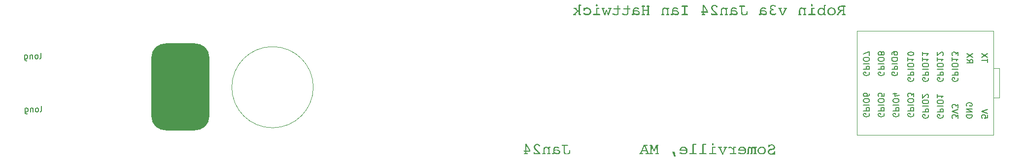
<source format=gbo>
G04 #@! TF.GenerationSoftware,KiCad,Pcbnew,8.0.7*
G04 #@! TF.CreationDate,2025-06-18T23:32:32-07:00*
G04 #@! TF.ProjectId,ESP32_MIDI_v3a,45535033-325f-44d4-9944-495f7633612e,rev?*
G04 #@! TF.SameCoordinates,Original*
G04 #@! TF.FileFunction,Legend,Bot*
G04 #@! TF.FilePolarity,Positive*
%FSLAX46Y46*%
G04 Gerber Fmt 4.6, Leading zero omitted, Abs format (unit mm)*
G04 Created by KiCad (PCBNEW 8.0.7) date 2025-06-18 23:32:32*
%MOMM*%
%LPD*%
G01*
G04 APERTURE LIST*
G04 Aperture macros list*
%AMRoundRect*
0 Rectangle with rounded corners*
0 $1 Rounding radius*
0 $2 $3 $4 $5 $6 $7 $8 $9 X,Y pos of 4 corners*
0 Add a 4 corners polygon primitive as box body*
4,1,4,$2,$3,$4,$5,$6,$7,$8,$9,$2,$3,0*
0 Add four circle primitives for the rounded corners*
1,1,$1+$1,$2,$3*
1,1,$1+$1,$4,$5*
1,1,$1+$1,$6,$7*
1,1,$1+$1,$8,$9*
0 Add four rect primitives between the rounded corners*
20,1,$1+$1,$2,$3,$4,$5,0*
20,1,$1+$1,$4,$5,$6,$7,0*
20,1,$1+$1,$6,$7,$8,$9,0*
20,1,$1+$1,$8,$9,$2,$3,0*%
G04 Aperture macros list end*
%ADD10C,0.150000*%
%ADD11C,0.120000*%
%ADD12RoundRect,2.500000X-2.500000X5.000000X-2.500000X-5.000000X2.500000X-5.000000X2.500000X5.000000X0*%
G04 APERTURE END LIST*
D10*
G36*
X169557431Y-109625317D02*
G01*
X169589183Y-109701032D01*
X169667341Y-109722526D01*
X169753314Y-109689309D01*
X169784607Y-109596288D01*
X169785554Y-109582819D01*
X169803628Y-109271165D01*
X169803628Y-109246741D01*
X169778227Y-109155394D01*
X169693719Y-109128527D01*
X169605563Y-109179227D01*
X169575505Y-109246252D01*
X169543754Y-109335157D01*
X169486638Y-109415363D01*
X169405051Y-109476464D01*
X169392323Y-109483168D01*
X169293615Y-109518564D01*
X169196803Y-109533127D01*
X169144173Y-109534947D01*
X169039883Y-109526647D01*
X168940261Y-109498342D01*
X168856454Y-109449951D01*
X168784660Y-109373071D01*
X168749467Y-109280551D01*
X168745568Y-109232575D01*
X168762665Y-109133046D01*
X168813956Y-109055254D01*
X168897487Y-109000177D01*
X168996222Y-108971420D01*
X169012281Y-108968792D01*
X169215491Y-108940949D01*
X169316711Y-108923254D01*
X169421170Y-108896317D01*
X169522576Y-108857230D01*
X169613741Y-108802675D01*
X169630704Y-108789030D01*
X169699483Y-108710338D01*
X169742789Y-108614091D01*
X169759984Y-108512459D01*
X169761130Y-108475422D01*
X169750261Y-108372962D01*
X169717655Y-108279050D01*
X169663311Y-108193688D01*
X169587229Y-108116873D01*
X169507057Y-108060343D01*
X169418703Y-108017697D01*
X169322169Y-107988936D01*
X169217453Y-107974060D01*
X169153942Y-107971793D01*
X169056245Y-107978281D01*
X168994696Y-107988401D01*
X168899221Y-108011425D01*
X168804675Y-108040669D01*
X168782693Y-108011360D01*
X168716748Y-108003056D01*
X168633217Y-108020642D01*
X168603907Y-108105150D01*
X168584856Y-108388960D01*
X168584856Y-108402637D01*
X168612700Y-108476887D01*
X168689392Y-108503265D01*
X168773771Y-108448776D01*
X168801744Y-108387983D01*
X168836758Y-108296221D01*
X168840334Y-108289797D01*
X168904116Y-108213702D01*
X168971249Y-108170118D01*
X169068175Y-108137339D01*
X169164689Y-108128108D01*
X169262434Y-108136457D01*
X169355958Y-108164924D01*
X169434822Y-108213593D01*
X169501872Y-108291676D01*
X169534740Y-108387012D01*
X169538381Y-108436831D01*
X169518963Y-108533796D01*
X169460711Y-108607801D01*
X169369972Y-108657726D01*
X169271569Y-108685146D01*
X169223796Y-108693286D01*
X169003977Y-108721618D01*
X168905128Y-108740075D01*
X168806012Y-108771299D01*
X168712168Y-108819346D01*
X168644452Y-108873538D01*
X168580567Y-108955884D01*
X168540343Y-109054544D01*
X168524372Y-109157288D01*
X168523307Y-109194473D01*
X168531535Y-109294467D01*
X168561089Y-109397697D01*
X168612135Y-109489144D01*
X168684675Y-109568805D01*
X168695254Y-109577934D01*
X168775784Y-109634274D01*
X168867346Y-109676776D01*
X168969942Y-109705440D01*
X169083570Y-109720266D01*
X169153454Y-109722526D01*
X169252250Y-109716542D01*
X169350314Y-109698590D01*
X169444237Y-109670812D01*
X169536935Y-109634427D01*
X169557431Y-109625317D01*
G37*
G36*
X167515405Y-108347683D02*
G01*
X167628096Y-108358674D01*
X167732476Y-108382854D01*
X167828543Y-108420223D01*
X167916299Y-108470781D01*
X167995743Y-108534528D01*
X168019995Y-108558401D01*
X168083365Y-108635126D01*
X168132652Y-108719510D01*
X168167858Y-108811553D01*
X168188981Y-108911256D01*
X168196022Y-109018618D01*
X168195239Y-109055201D01*
X168183504Y-109159912D01*
X168157687Y-109257067D01*
X168117788Y-109346666D01*
X168063806Y-109428709D01*
X167995743Y-109503196D01*
X167970185Y-109525969D01*
X167887971Y-109585475D01*
X167797444Y-109631757D01*
X167698606Y-109664816D01*
X167591456Y-109684651D01*
X167475994Y-109691263D01*
X167436467Y-109690528D01*
X167323495Y-109679508D01*
X167218938Y-109655265D01*
X167122796Y-109617799D01*
X167035069Y-109567109D01*
X166955757Y-109503196D01*
X166931445Y-109479206D01*
X166867921Y-109402201D01*
X166818513Y-109317640D01*
X166783222Y-109225522D01*
X166762047Y-109125848D01*
X166755118Y-109020572D01*
X166993859Y-109020572D01*
X166997162Y-109084693D01*
X167019758Y-109190914D01*
X167063760Y-109285311D01*
X167129169Y-109367885D01*
X167182590Y-109414036D01*
X167272767Y-109465358D01*
X167375000Y-109495197D01*
X167475994Y-109503684D01*
X167540220Y-109500381D01*
X167646390Y-109477785D01*
X167740426Y-109433782D01*
X167822330Y-109368374D01*
X167867983Y-109314770D01*
X167918751Y-109224318D01*
X167948268Y-109121810D01*
X167956664Y-109020572D01*
X167953360Y-108956427D01*
X167930765Y-108850043D01*
X167886762Y-108755327D01*
X167821353Y-108672281D01*
X167767984Y-108625467D01*
X167678078Y-108573406D01*
X167576347Y-108543138D01*
X167475994Y-108534528D01*
X167412166Y-108537892D01*
X167306413Y-108560895D01*
X167212406Y-108605692D01*
X167130146Y-108672281D01*
X167083830Y-108726349D01*
X167032322Y-108817174D01*
X167002377Y-108919669D01*
X166993859Y-109020572D01*
X166755118Y-109020572D01*
X166754989Y-109018618D01*
X166755775Y-108982155D01*
X166767568Y-108877781D01*
X166793511Y-108780929D01*
X166833605Y-108691600D01*
X166887850Y-108609792D01*
X166956245Y-108535505D01*
X166981860Y-108512673D01*
X167064200Y-108453012D01*
X167154784Y-108406610D01*
X167253611Y-108373466D01*
X167360681Y-108353579D01*
X167475994Y-108346950D01*
X167515405Y-108347683D01*
G37*
G36*
X165286113Y-108900893D02*
G01*
X165288895Y-108802013D01*
X165301259Y-108701068D01*
X165321284Y-108639553D01*
X165397384Y-108576574D01*
X165441451Y-108571165D01*
X165537550Y-108595980D01*
X165602651Y-108659092D01*
X165643390Y-108748651D01*
X165660151Y-108845509D01*
X165662247Y-108900893D01*
X165662247Y-109472421D01*
X165637334Y-109472421D01*
X165538358Y-109485320D01*
X165525959Y-109491960D01*
X165497627Y-109564256D01*
X165521074Y-109636064D01*
X165592393Y-109660000D01*
X165766782Y-109660000D01*
X165847383Y-109633621D01*
X165868203Y-109534777D01*
X165868387Y-109518827D01*
X165868387Y-109480237D01*
X165868387Y-108900893D01*
X165868387Y-108793914D01*
X165881622Y-108696672D01*
X165915282Y-108631249D01*
X165999908Y-108575918D01*
X166042777Y-108571165D01*
X166140163Y-108597247D01*
X166156594Y-108607801D01*
X166225562Y-108682082D01*
X166245010Y-108715757D01*
X166245010Y-109472421D01*
X166194207Y-109472421D01*
X166095530Y-109485643D01*
X166082833Y-109492449D01*
X166054012Y-109564256D01*
X166077459Y-109639483D01*
X166166852Y-109660000D01*
X166531751Y-109660000D01*
X166610886Y-109637041D01*
X166636287Y-109564256D01*
X166604047Y-109491960D01*
X166506172Y-109472898D01*
X166478506Y-109472421D01*
X166451151Y-109472421D01*
X166451151Y-108565792D01*
X166476064Y-108565792D01*
X166576071Y-108556745D01*
X166607466Y-108544787D01*
X166642149Y-108470537D01*
X166614794Y-108401660D01*
X166532240Y-108378213D01*
X166322191Y-108378213D01*
X166262595Y-108393356D01*
X166245010Y-108457348D01*
X166167703Y-108395809D01*
X166124354Y-108373817D01*
X166027403Y-108349574D01*
X165978297Y-108346950D01*
X165880701Y-108359469D01*
X165819539Y-108386517D01*
X165748804Y-108460086D01*
X165726727Y-108506196D01*
X165660520Y-108431653D01*
X165593859Y-108386029D01*
X165496197Y-108353399D01*
X165420446Y-108346950D01*
X165319228Y-108358351D01*
X165229377Y-108397229D01*
X165162037Y-108463698D01*
X165115314Y-108561106D01*
X165091512Y-108666305D01*
X165081975Y-108763995D01*
X165079972Y-108842274D01*
X165079972Y-109472421D01*
X165057990Y-109472421D01*
X164959005Y-109484645D01*
X164943684Y-109492449D01*
X164914863Y-109564256D01*
X164939776Y-109636064D01*
X165012561Y-109660000D01*
X165178646Y-109660000D01*
X165260223Y-109628248D01*
X165286087Y-109531400D01*
X165286113Y-109527131D01*
X165286113Y-108900893D01*
G37*
G36*
X164139593Y-108347688D02*
G01*
X164252507Y-108358765D01*
X164356938Y-108383134D01*
X164452886Y-108420795D01*
X164540349Y-108471749D01*
X164619330Y-108535994D01*
X164643464Y-108560017D01*
X164706524Y-108637538D01*
X164755571Y-108723233D01*
X164790605Y-108817102D01*
X164811625Y-108919146D01*
X164818632Y-109029364D01*
X164814040Y-109120054D01*
X164796409Y-109221262D01*
X164759126Y-109328833D01*
X164703845Y-109425090D01*
X164630565Y-109510034D01*
X164542111Y-109580650D01*
X164441736Y-109633921D01*
X164346213Y-109665777D01*
X164241930Y-109684891D01*
X164128890Y-109691263D01*
X164038635Y-109687923D01*
X163938913Y-109676536D01*
X163838729Y-109657069D01*
X163748045Y-109632482D01*
X163650385Y-109598715D01*
X163554919Y-109557906D01*
X163543317Y-109552210D01*
X163462595Y-109495380D01*
X163433775Y-109422595D01*
X163461618Y-109358115D01*
X163530006Y-109331737D01*
X163569639Y-109340133D01*
X163664807Y-109376151D01*
X163759595Y-109417711D01*
X163806528Y-109437861D01*
X163908833Y-109473375D01*
X164006580Y-109495288D01*
X164109839Y-109503684D01*
X164161680Y-109502028D01*
X164268051Y-109486190D01*
X164360203Y-109453582D01*
X164445917Y-109397683D01*
X164467928Y-109377030D01*
X164527157Y-109296964D01*
X164564633Y-109199630D01*
X164579762Y-109097264D01*
X163656524Y-109097264D01*
X163636008Y-109097264D01*
X163557383Y-109094640D01*
X163460642Y-109070397D01*
X163451354Y-109060737D01*
X163428401Y-108964884D01*
X163431015Y-108909685D01*
X163678506Y-108909685D01*
X164572923Y-108909685D01*
X164567584Y-108887944D01*
X164530929Y-108788282D01*
X164477673Y-108703693D01*
X164407815Y-108634180D01*
X164383861Y-108616371D01*
X164296697Y-108569659D01*
X164198275Y-108542411D01*
X164100069Y-108534528D01*
X163999634Y-108544594D01*
X163901166Y-108578917D01*
X163815282Y-108637599D01*
X163746667Y-108716252D01*
X163700679Y-108810490D01*
X163678506Y-108909685D01*
X163431015Y-108909685D01*
X163431386Y-108901847D01*
X163450971Y-108797298D01*
X163488834Y-108700089D01*
X163544977Y-108610219D01*
X163619399Y-108527690D01*
X163694493Y-108466266D01*
X163790870Y-108410668D01*
X163896691Y-108372366D01*
X163994911Y-108353304D01*
X164100069Y-108346950D01*
X164139593Y-108347688D01*
G37*
G36*
X162569644Y-109472421D02*
G01*
X162113398Y-109472421D01*
X162034263Y-109494403D01*
X162008862Y-109564256D01*
X162033286Y-109639483D01*
X162121702Y-109660000D01*
X163020027Y-109660000D01*
X163101116Y-109636064D01*
X163128471Y-109564256D01*
X163100628Y-109495380D01*
X163013189Y-109472421D01*
X162774319Y-109472421D01*
X162774319Y-108565792D01*
X162867620Y-108565792D01*
X162970638Y-108561284D01*
X163034193Y-108545275D01*
X163066922Y-108470537D01*
X163040055Y-108401660D01*
X162958478Y-108378213D01*
X162645359Y-108378213D01*
X162589183Y-108392868D01*
X162569644Y-108435366D01*
X162569644Y-108672281D01*
X162503729Y-108595253D01*
X162427895Y-108521223D01*
X162350285Y-108460563D01*
X162297557Y-108427550D01*
X162206872Y-108385046D01*
X162111894Y-108358284D01*
X162012623Y-108347265D01*
X161992254Y-108346950D01*
X161894373Y-108356019D01*
X161799653Y-108391418D01*
X161794905Y-108394333D01*
X161728137Y-108468515D01*
X161719190Y-108516943D01*
X161756803Y-108605359D01*
X161839846Y-108644438D01*
X161933101Y-108609936D01*
X161946824Y-108602428D01*
X162037976Y-108565382D01*
X162080181Y-108560418D01*
X162183400Y-108577699D01*
X162276850Y-108620632D01*
X162306350Y-108639064D01*
X162391017Y-108703649D01*
X162464841Y-108772635D01*
X162533900Y-108846152D01*
X162569644Y-108887215D01*
X162569644Y-109472421D01*
G37*
G36*
X161383600Y-108565792D02*
G01*
X161481517Y-108555863D01*
X161508164Y-108544787D01*
X161541870Y-108470537D01*
X161514515Y-108401660D01*
X161431960Y-108378213D01*
X161047034Y-108378213D01*
X160950275Y-108393921D01*
X160942986Y-108398729D01*
X160916608Y-108470537D01*
X160951290Y-108544787D01*
X161050029Y-108565279D01*
X161077320Y-108565792D01*
X161128122Y-108565792D01*
X160771039Y-109484145D01*
X160373900Y-108565792D01*
X160456454Y-108565792D01*
X160557642Y-108558559D01*
X160599092Y-108545275D01*
X160636217Y-108470537D01*
X160610327Y-108398729D01*
X160510626Y-108378233D01*
X160505792Y-108378213D01*
X160081297Y-108378213D01*
X159998743Y-108401660D01*
X159971388Y-108470537D01*
X160005094Y-108544787D01*
X160102312Y-108565279D01*
X160129169Y-108565792D01*
X160154082Y-108565792D01*
X160607397Y-109597962D01*
X160658871Y-109683966D01*
X160675785Y-109699078D01*
X160773970Y-109722526D01*
X160865317Y-109699567D01*
X160923233Y-109616860D01*
X160931751Y-109597962D01*
X161383600Y-108565792D01*
G37*
G36*
X159200558Y-107987913D02*
G01*
X159196780Y-107887918D01*
X159173691Y-107793007D01*
X159079925Y-107753577D01*
X159058897Y-107752951D01*
X158961271Y-107773524D01*
X158946545Y-107786657D01*
X158920904Y-107882803D01*
X158918702Y-107946392D01*
X158925052Y-108046043D01*
X158944103Y-108098799D01*
X159037549Y-108127650D01*
X159058897Y-108128108D01*
X159156441Y-108112996D01*
X159173691Y-108101242D01*
X159200322Y-108003518D01*
X159200558Y-107987913D01*
G37*
G36*
X158946545Y-109472421D02*
G01*
X158505443Y-109472421D01*
X158426308Y-109494403D01*
X158400907Y-109564256D01*
X158424842Y-109639483D01*
X158513747Y-109660000D01*
X159579623Y-109660000D01*
X159662177Y-109636064D01*
X159689532Y-109564256D01*
X159660711Y-109495380D01*
X159574249Y-109472421D01*
X159155129Y-109472421D01*
X159155129Y-108565792D01*
X159423307Y-108565792D01*
X159509281Y-108541367D01*
X159538590Y-108470537D01*
X159511235Y-108401660D01*
X159428681Y-108378213D01*
X159026168Y-108378213D01*
X158968039Y-108393845D01*
X158946545Y-108435366D01*
X158946545Y-109472421D01*
G37*
G36*
X157485973Y-108065582D02*
G01*
X157719469Y-108065582D01*
X157822244Y-108061182D01*
X157886043Y-108045554D01*
X157919748Y-107971793D01*
X157891905Y-107901451D01*
X157809839Y-107878004D01*
X157356524Y-107878004D01*
X157298883Y-107893147D01*
X157278367Y-107934180D01*
X157278367Y-109472421D01*
X156847034Y-109472421D01*
X156770830Y-109494403D01*
X156746406Y-109564256D01*
X156769853Y-109639483D01*
X156857780Y-109660000D01*
X157871877Y-109660000D01*
X157953942Y-109636064D01*
X157981786Y-109564256D01*
X157952965Y-109495380D01*
X157866503Y-109472421D01*
X157485973Y-109472421D01*
X157485973Y-108065582D01*
G37*
G36*
X155805582Y-108065582D02*
G01*
X156039078Y-108065582D01*
X156141854Y-108061182D01*
X156205652Y-108045554D01*
X156239357Y-107971793D01*
X156211514Y-107901451D01*
X156129448Y-107878004D01*
X155676133Y-107878004D01*
X155618492Y-107893147D01*
X155597976Y-107934180D01*
X155597976Y-109472421D01*
X155166643Y-109472421D01*
X155090439Y-109494403D01*
X155066015Y-109564256D01*
X155089462Y-109639483D01*
X155177390Y-109660000D01*
X156191486Y-109660000D01*
X156273551Y-109636064D01*
X156301395Y-109564256D01*
X156272575Y-109495380D01*
X156186113Y-109472421D01*
X155805582Y-109472421D01*
X155805582Y-108065582D01*
G37*
G36*
X154057248Y-108347688D02*
G01*
X154170163Y-108358765D01*
X154274594Y-108383134D01*
X154370541Y-108420795D01*
X154458005Y-108471749D01*
X154536985Y-108535994D01*
X154561119Y-108560017D01*
X154624180Y-108637538D01*
X154673227Y-108723233D01*
X154708260Y-108817102D01*
X154729280Y-108919146D01*
X154736287Y-109029364D01*
X154731696Y-109120054D01*
X154714064Y-109221262D01*
X154676781Y-109328833D01*
X154621500Y-109425090D01*
X154548220Y-109510034D01*
X154459766Y-109580650D01*
X154359392Y-109633921D01*
X154263868Y-109665777D01*
X154159586Y-109684891D01*
X154046545Y-109691263D01*
X153956290Y-109687923D01*
X153856568Y-109676536D01*
X153756385Y-109657069D01*
X153665700Y-109632482D01*
X153568041Y-109598715D01*
X153472575Y-109557906D01*
X153460973Y-109552210D01*
X153380251Y-109495380D01*
X153351430Y-109422595D01*
X153379274Y-109358115D01*
X153447662Y-109331737D01*
X153487294Y-109340133D01*
X153582462Y-109376151D01*
X153677250Y-109417711D01*
X153724183Y-109437861D01*
X153826489Y-109473375D01*
X153924235Y-109495288D01*
X154027494Y-109503684D01*
X154079335Y-109502028D01*
X154185706Y-109486190D01*
X154277858Y-109453582D01*
X154363572Y-109397683D01*
X154385583Y-109377030D01*
X154444812Y-109296964D01*
X154482288Y-109199630D01*
X154497418Y-109097264D01*
X153574180Y-109097264D01*
X153553663Y-109097264D01*
X153475038Y-109094640D01*
X153378297Y-109070397D01*
X153369009Y-109060737D01*
X153346057Y-108964884D01*
X153348670Y-108909685D01*
X153596161Y-108909685D01*
X154490579Y-108909685D01*
X154485240Y-108887944D01*
X154448584Y-108788282D01*
X154395328Y-108703693D01*
X154325471Y-108634180D01*
X154301517Y-108616371D01*
X154214352Y-108569659D01*
X154115930Y-108542411D01*
X154017725Y-108534528D01*
X153917289Y-108544594D01*
X153818822Y-108578917D01*
X153732937Y-108637599D01*
X153664322Y-108716252D01*
X153618334Y-108810490D01*
X153596161Y-108909685D01*
X153348670Y-108909685D01*
X153349041Y-108901847D01*
X153368626Y-108797298D01*
X153406490Y-108700089D01*
X153462633Y-108610219D01*
X153537055Y-108527690D01*
X153612148Y-108466266D01*
X153708526Y-108410668D01*
X153814347Y-108372366D01*
X153912567Y-108353304D01*
X154017725Y-108346950D01*
X154057248Y-108347688D01*
G37*
G36*
X152514654Y-109265303D02*
G01*
X152485833Y-109204242D01*
X152425261Y-109191053D01*
X152124354Y-109191053D01*
X152091625Y-109199357D01*
X152078925Y-109220362D01*
X152081856Y-109238436D01*
X152090160Y-109258953D01*
X152467759Y-110051765D01*
X152494138Y-110084982D01*
X152529797Y-110097683D01*
X152538590Y-110097683D01*
X152554710Y-110097683D01*
X152650453Y-110061535D01*
X152683670Y-110039064D01*
X152694417Y-110009755D01*
X152694417Y-109987773D01*
X152691974Y-109974584D01*
X152514654Y-109265303D01*
G37*
G36*
X148988764Y-108985401D02*
G01*
X148693230Y-108127620D01*
X148640474Y-108056301D01*
X148543754Y-108034319D01*
X148318562Y-108034319D01*
X148252128Y-108058743D01*
X148229169Y-108128597D01*
X148257501Y-108201870D01*
X148356375Y-108221878D01*
X148361060Y-108221898D01*
X148383042Y-108221898D01*
X148344452Y-109472421D01*
X148313189Y-109472421D01*
X148215221Y-109482515D01*
X148193510Y-109491960D01*
X148163224Y-109564256D01*
X148188136Y-109635575D01*
X148259455Y-109660000D01*
X148645359Y-109660000D01*
X148744033Y-109645046D01*
X148754291Y-109638995D01*
X148783112Y-109564256D01*
X148748918Y-109492449D01*
X148650959Y-109473125D01*
X148616538Y-109472421D01*
X148557431Y-109472421D01*
X148586252Y-108287843D01*
X148858339Y-109077725D01*
X148909141Y-109157348D01*
X149000000Y-109179330D01*
X149087927Y-109156859D01*
X149137264Y-109077725D01*
X149413747Y-108287843D01*
X149438171Y-109472421D01*
X149346336Y-109472421D01*
X149249152Y-109485540D01*
X149232519Y-109493914D01*
X149199302Y-109564256D01*
X149228122Y-109638995D01*
X149328100Y-109659917D01*
X149338032Y-109660000D01*
X149722470Y-109660000D01*
X149794766Y-109636064D01*
X149818702Y-109564256D01*
X149788415Y-109491960D01*
X149690535Y-109472726D01*
X149669225Y-109472421D01*
X149638939Y-109472421D01*
X149598883Y-108221898D01*
X149620865Y-108221898D01*
X149717463Y-108206564D01*
X149725401Y-108201870D01*
X149754221Y-108128597D01*
X149730774Y-108058743D01*
X149663363Y-108034319D01*
X149438171Y-108034319D01*
X149341451Y-108056301D01*
X149289672Y-108127620D01*
X148988764Y-108985401D01*
G37*
G36*
X147744561Y-108035601D02*
G01*
X147846685Y-108054836D01*
X147875994Y-108128108D01*
X147842288Y-108200404D01*
X147822322Y-108209808D01*
X147725052Y-108221898D01*
X147524284Y-108221898D01*
X147991765Y-109472421D01*
X148017655Y-109472421D01*
X148032661Y-109472597D01*
X148129030Y-109492449D01*
X148157850Y-109564256D01*
X148129030Y-109639483D01*
X148110925Y-109648459D01*
X148012281Y-109660000D01*
X147650802Y-109660000D01*
X147621238Y-109659499D01*
X147521353Y-109639483D01*
X147491556Y-109564256D01*
X147524773Y-109492937D01*
X147547742Y-109483020D01*
X147647871Y-109472421D01*
X147781228Y-109472421D01*
X147663014Y-109128527D01*
X146965457Y-109128527D01*
X146832100Y-109472421D01*
X146959595Y-109472421D01*
X146981050Y-109472742D01*
X147081228Y-109492937D01*
X147113468Y-109564256D01*
X147084159Y-109639483D01*
X147047613Y-109652767D01*
X146949825Y-109660000D01*
X146576133Y-109660000D01*
X146478925Y-109639483D01*
X146452547Y-109564256D01*
X146480390Y-109492449D01*
X146483991Y-109490024D01*
X146581507Y-109472421D01*
X146604954Y-109472421D01*
X146817388Y-108940949D01*
X147032379Y-108940949D01*
X147594138Y-108940949D01*
X147327913Y-108212616D01*
X147032379Y-108940949D01*
X146817388Y-108940949D01*
X147142288Y-108128108D01*
X147191137Y-108054347D01*
X147196600Y-108050768D01*
X147293230Y-108034319D01*
X147684996Y-108034319D01*
X147744561Y-108035601D01*
G37*
G36*
X133659595Y-108221898D02*
G01*
X134030355Y-108221898D01*
X134130762Y-108214074D01*
X134163712Y-108201870D01*
X134193998Y-108128108D01*
X134170062Y-108057278D01*
X134092393Y-108034319D01*
X134030355Y-108034319D01*
X133264898Y-108034319D01*
X133200418Y-108034319D01*
X133127145Y-108057766D01*
X133103210Y-108128108D01*
X133133496Y-108201870D01*
X133229321Y-108221194D01*
X133264898Y-108221898D01*
X133442219Y-108221898D01*
X133442219Y-109098729D01*
X133446907Y-109210367D01*
X133460972Y-109309709D01*
X133489232Y-109410068D01*
X133537157Y-109504269D01*
X133575575Y-109552044D01*
X133652451Y-109612952D01*
X133749720Y-109656458D01*
X133851561Y-109680250D01*
X133951281Y-109690039D01*
X134005443Y-109691263D01*
X134108207Y-109686909D01*
X134206941Y-109673849D01*
X134251151Y-109664884D01*
X134345848Y-109638615D01*
X134440222Y-109602671D01*
X134483670Y-109582819D01*
X134546685Y-109535924D01*
X134561828Y-109444577D01*
X134561828Y-109121688D01*
X134552592Y-109023541D01*
X134542288Y-109001521D01*
X134472435Y-108977096D01*
X134416259Y-108990286D01*
X134382065Y-109028387D01*
X134373761Y-109061116D01*
X134370830Y-109129993D01*
X134370830Y-109143670D01*
X134366922Y-109226713D01*
X134354710Y-109301451D01*
X134313437Y-109393028D01*
X134246403Y-109464426D01*
X134235519Y-109472421D01*
X134143556Y-109517301D01*
X134043005Y-109534398D01*
X134019609Y-109534947D01*
X133921266Y-109526446D01*
X133823528Y-109492968D01*
X133745080Y-109427480D01*
X133696410Y-109337214D01*
X133671616Y-109239490D01*
X133660930Y-109134587D01*
X133659595Y-109075771D01*
X133659595Y-108221898D01*
G37*
G36*
X132230787Y-108348286D02*
G01*
X132337117Y-108355979D01*
X132444111Y-108372809D01*
X132547313Y-108401660D01*
X132556629Y-108405073D01*
X132645358Y-108449747D01*
X132698743Y-108534528D01*
X132672854Y-108618060D01*
X132606908Y-108650300D01*
X132524927Y-108629979D01*
X132432519Y-108592658D01*
X132391911Y-108575912D01*
X132292024Y-108545655D01*
X132193649Y-108534528D01*
X132136720Y-108537534D01*
X132040686Y-108561576D01*
X131958688Y-108620013D01*
X131918760Y-108682124D01*
X131890366Y-108779577D01*
X131882972Y-108879888D01*
X131882972Y-108889658D01*
X131951387Y-108873732D01*
X132049057Y-108857418D01*
X132109668Y-108851166D01*
X132209769Y-108847159D01*
X132283248Y-108848983D01*
X132385538Y-108858560D01*
X132492852Y-108880109D01*
X132587216Y-108912830D01*
X132679204Y-108963907D01*
X132735813Y-109010836D01*
X132798766Y-109093723D01*
X132835367Y-109191603D01*
X132845778Y-109291193D01*
X132845287Y-109313159D01*
X132828123Y-109415207D01*
X132786440Y-109504279D01*
X132720237Y-109580376D01*
X132687501Y-109606365D01*
X132594908Y-109656177D01*
X132498441Y-109682491D01*
X132389532Y-109691263D01*
X132319923Y-109687813D01*
X132217341Y-109669701D01*
X132116957Y-109636064D01*
X132036128Y-109596441D01*
X131951624Y-109541726D01*
X131871737Y-109475352D01*
X131860990Y-109564256D01*
X131828262Y-109635575D01*
X131764759Y-109660000D01*
X131548848Y-109660000D01*
X131466782Y-109634110D01*
X131438939Y-109555952D01*
X131472156Y-109477794D01*
X131502334Y-109465279D01*
X131602581Y-109455812D01*
X131669993Y-109455812D01*
X131669993Y-109050858D01*
X131882972Y-109050858D01*
X131882972Y-109195938D01*
X131890102Y-109238116D01*
X131947136Y-109320369D01*
X132031960Y-109383028D01*
X132050683Y-109393853D01*
X132147274Y-109437502D01*
X132248825Y-109463691D01*
X132355338Y-109472421D01*
X132456932Y-109459434D01*
X132549755Y-109413314D01*
X132599094Y-109359653D01*
X132625959Y-109262372D01*
X132624051Y-109233460D01*
X132582906Y-109138635D01*
X132503838Y-109073817D01*
X132463492Y-109053552D01*
X132369707Y-109023327D01*
X132270372Y-109007871D01*
X132170202Y-109003475D01*
X132130635Y-109004402D01*
X132029518Y-109015198D01*
X131980245Y-109024481D01*
X131882972Y-109050858D01*
X131669993Y-109050858D01*
X131669993Y-108833482D01*
X131674337Y-108747478D01*
X131693648Y-108645628D01*
X131733838Y-108548565D01*
X131793579Y-108470048D01*
X131862761Y-108416193D01*
X131958253Y-108373998D01*
X132058836Y-108352840D01*
X132158967Y-108346950D01*
X132230787Y-108348286D01*
G37*
G36*
X131018353Y-109472421D02*
G01*
X131018353Y-108576538D01*
X131044242Y-108576538D01*
X131142096Y-108567071D01*
X131173203Y-108554556D01*
X131207885Y-108475910D01*
X131179064Y-108401172D01*
X131085764Y-108378213D01*
X131021284Y-108378213D01*
X130889392Y-108378213D01*
X130831751Y-108391891D01*
X130811235Y-108428527D01*
X130811235Y-108512547D01*
X130730194Y-108451140D01*
X130643640Y-108401238D01*
X130612909Y-108387494D01*
X130518900Y-108358393D01*
X130415310Y-108346990D01*
X130408722Y-108346950D01*
X130310476Y-108355163D01*
X130213232Y-108384035D01*
X130121679Y-108440497D01*
X130082414Y-108478353D01*
X130024798Y-108559952D01*
X129986037Y-108657470D01*
X129967414Y-108757518D01*
X129963224Y-108840809D01*
X129963224Y-109472421D01*
X129898743Y-109472421D01*
X129801999Y-109493050D01*
X129800069Y-109494403D01*
X129769783Y-109564256D01*
X129802023Y-109638018D01*
X129901781Y-109659806D01*
X129916817Y-109660000D01*
X130220655Y-109660000D01*
X130319581Y-109647775D01*
X130333496Y-109639972D01*
X130357920Y-109564256D01*
X130329099Y-109492449D01*
X130230410Y-109472499D01*
X130220655Y-109472421D01*
X130172295Y-109472421D01*
X130172295Y-108877445D01*
X130180896Y-108771941D01*
X130209896Y-108678175D01*
X130245080Y-108622456D01*
X130327805Y-108559344D01*
X130422942Y-108535902D01*
X130456594Y-108534528D01*
X130557138Y-108548405D01*
X130648477Y-108590033D01*
X130704256Y-108633203D01*
X130769446Y-108713803D01*
X130804549Y-108807592D01*
X130811235Y-108877445D01*
X130811235Y-109472421D01*
X130762875Y-109472421D01*
X130664197Y-109485643D01*
X130651500Y-109492449D01*
X130622679Y-109564256D01*
X130647592Y-109639972D01*
X130745312Y-109659687D01*
X130768248Y-109660000D01*
X131018353Y-109660000D01*
X131092602Y-109660000D01*
X131177599Y-109637041D01*
X131205443Y-109564256D01*
X131173203Y-109491960D01*
X131074980Y-109472898D01*
X131047173Y-109472421D01*
X131018353Y-109472421D01*
G37*
G36*
X129305233Y-109660000D02*
G01*
X129401279Y-109638786D01*
X129413189Y-109630202D01*
X129447871Y-109538367D01*
X129404337Y-109439695D01*
X129334270Y-109353088D01*
X129260081Y-109275190D01*
X129184089Y-109201800D01*
X129144521Y-109163210D01*
X129072821Y-109094448D01*
X129029239Y-109052812D01*
X128944211Y-108970516D01*
X128867546Y-108892522D01*
X128799245Y-108818830D01*
X128721187Y-108727265D01*
X128657996Y-108643349D01*
X128599917Y-108549208D01*
X128560888Y-108452013D01*
X128553454Y-108396775D01*
X128565269Y-108293965D01*
X128604735Y-108200260D01*
X128637473Y-108157418D01*
X128720340Y-108094639D01*
X128821907Y-108067017D01*
X128854361Y-108065582D01*
X128954859Y-108078154D01*
X129020446Y-108101242D01*
X129106733Y-108155548D01*
X129146964Y-108197473D01*
X129173342Y-108234110D01*
X129237975Y-108311197D01*
X129287159Y-108326434D01*
X129357501Y-108296147D01*
X129377837Y-108196321D01*
X129378018Y-108180865D01*
X129368736Y-108109057D01*
X129332588Y-108060209D01*
X129254295Y-107997983D01*
X129162296Y-107947044D01*
X129115212Y-107927341D01*
X129016866Y-107897276D01*
X128916734Y-107881087D01*
X128848988Y-107878004D01*
X128739628Y-107887224D01*
X128639672Y-107914884D01*
X128549118Y-107960985D01*
X128467969Y-108025526D01*
X128400863Y-108103257D01*
X128352930Y-108189413D01*
X128324171Y-108283996D01*
X128314584Y-108387006D01*
X128331002Y-108494373D01*
X128369766Y-108593397D01*
X128417195Y-108678866D01*
X128479217Y-108769893D01*
X128555833Y-108866475D01*
X128622872Y-108942559D01*
X128698120Y-109021768D01*
X128781577Y-109104103D01*
X128857160Y-109175016D01*
X128929221Y-109244237D01*
X128964270Y-109278981D01*
X129133286Y-109441158D01*
X128505582Y-109441158D01*
X128473342Y-109348346D01*
X128401046Y-109316106D01*
X128329727Y-109346880D01*
X128303838Y-109430900D01*
X128305303Y-109445554D01*
X128306280Y-109460209D01*
X128317027Y-109567676D01*
X128341939Y-109635575D01*
X128395673Y-109660000D01*
X129305233Y-109660000D01*
G37*
G36*
X127083600Y-107887773D02*
G01*
X127114863Y-107932714D01*
X127694696Y-108934598D01*
X127705931Y-108952672D01*
X127719378Y-108975564D01*
X127745498Y-109070397D01*
X127745498Y-109166629D01*
X127726448Y-109231109D01*
X127672714Y-109253579D01*
X127031332Y-109253579D01*
X127031332Y-109472421D01*
X127190579Y-109472421D01*
X127268248Y-109494403D01*
X127292184Y-109564256D01*
X127268736Y-109639483D01*
X127179344Y-109660000D01*
X126735799Y-109660000D01*
X126653244Y-109636064D01*
X126625889Y-109564256D01*
X126659106Y-109492937D01*
X126681882Y-109483020D01*
X126779762Y-109472421D01*
X126828122Y-109472421D01*
X126828122Y-109253579D01*
X126712351Y-109253579D01*
X126654221Y-109235017D01*
X126625889Y-109164187D01*
X126615143Y-109105080D01*
X126609769Y-109083098D01*
X126608304Y-109059162D01*
X126627843Y-109007383D01*
X126674249Y-108986866D01*
X126711374Y-109010802D01*
X126758269Y-109034738D01*
X126828122Y-109034738D01*
X127031332Y-109034738D01*
X127552058Y-109034738D01*
X127031332Y-108103684D01*
X127031332Y-109034738D01*
X126828122Y-109034738D01*
X126828122Y-107971793D01*
X126839846Y-107922456D01*
X126870621Y-107900474D01*
X127010816Y-107878004D01*
X127021563Y-107878004D01*
X127050383Y-107878004D01*
X127083600Y-107887773D01*
G37*
X43532449Y-102369635D02*
X43627687Y-102322016D01*
X43627687Y-102322016D02*
X43675306Y-102226777D01*
X43675306Y-102226777D02*
X43675306Y-101369635D01*
X43008639Y-102369635D02*
X43103877Y-102322016D01*
X43103877Y-102322016D02*
X43151496Y-102274396D01*
X43151496Y-102274396D02*
X43199115Y-102179158D01*
X43199115Y-102179158D02*
X43199115Y-101893444D01*
X43199115Y-101893444D02*
X43151496Y-101798206D01*
X43151496Y-101798206D02*
X43103877Y-101750587D01*
X43103877Y-101750587D02*
X43008639Y-101702968D01*
X43008639Y-101702968D02*
X42865782Y-101702968D01*
X42865782Y-101702968D02*
X42770544Y-101750587D01*
X42770544Y-101750587D02*
X42722925Y-101798206D01*
X42722925Y-101798206D02*
X42675306Y-101893444D01*
X42675306Y-101893444D02*
X42675306Y-102179158D01*
X42675306Y-102179158D02*
X42722925Y-102274396D01*
X42722925Y-102274396D02*
X42770544Y-102322016D01*
X42770544Y-102322016D02*
X42865782Y-102369635D01*
X42865782Y-102369635D02*
X43008639Y-102369635D01*
X42246734Y-101702968D02*
X42246734Y-102369635D01*
X42246734Y-101798206D02*
X42199115Y-101750587D01*
X42199115Y-101750587D02*
X42103877Y-101702968D01*
X42103877Y-101702968D02*
X41961020Y-101702968D01*
X41961020Y-101702968D02*
X41865782Y-101750587D01*
X41865782Y-101750587D02*
X41818163Y-101845825D01*
X41818163Y-101845825D02*
X41818163Y-102369635D01*
X40913401Y-101702968D02*
X40913401Y-102512492D01*
X40913401Y-102512492D02*
X40961020Y-102607730D01*
X40961020Y-102607730D02*
X41008639Y-102655349D01*
X41008639Y-102655349D02*
X41103877Y-102702968D01*
X41103877Y-102702968D02*
X41246734Y-102702968D01*
X41246734Y-102702968D02*
X41341972Y-102655349D01*
X40913401Y-102322016D02*
X41008639Y-102369635D01*
X41008639Y-102369635D02*
X41199115Y-102369635D01*
X41199115Y-102369635D02*
X41294353Y-102322016D01*
X41294353Y-102322016D02*
X41341972Y-102274396D01*
X41341972Y-102274396D02*
X41389591Y-102179158D01*
X41389591Y-102179158D02*
X41389591Y-101893444D01*
X41389591Y-101893444D02*
X41341972Y-101798206D01*
X41341972Y-101798206D02*
X41294353Y-101750587D01*
X41294353Y-101750587D02*
X41199115Y-101702968D01*
X41199115Y-101702968D02*
X41008639Y-101702968D01*
X41008639Y-101702968D02*
X40913401Y-101750587D01*
G36*
X181894975Y-84058255D02*
G01*
X181918911Y-84128597D01*
X181888625Y-84202358D01*
X181855675Y-84214265D01*
X181755268Y-84221898D01*
X181675645Y-84221898D01*
X181675645Y-85472421D01*
X181755268Y-85472421D01*
X181800697Y-85472421D01*
X181891556Y-85493914D01*
X181918911Y-85564256D01*
X181894487Y-85635575D01*
X181822679Y-85660000D01*
X181361060Y-85660000D01*
X181351306Y-85659917D01*
X181252616Y-85638995D01*
X181223796Y-85564256D01*
X181257013Y-85493914D01*
X181270935Y-85486610D01*
X181369364Y-85472421D01*
X181462665Y-85472421D01*
X181462665Y-84940949D01*
X181279972Y-84940949D01*
X181234003Y-84943847D01*
X181140753Y-84977585D01*
X181130529Y-84985140D01*
X181063511Y-85057307D01*
X181006908Y-85138297D01*
X180743126Y-85545205D01*
X180730425Y-85559371D01*
X180689839Y-85612437D01*
X180598534Y-85660000D01*
X180443196Y-85660000D01*
X180372854Y-85635575D01*
X180348429Y-85564256D01*
X180377250Y-85492937D01*
X180385211Y-85488129D01*
X180483251Y-85472421D01*
X180528681Y-85472421D01*
X180804675Y-85033761D01*
X180859385Y-84965373D01*
X180922889Y-84915547D01*
X180822253Y-84882050D01*
X180728744Y-84829885D01*
X180653244Y-84761674D01*
X180606254Y-84695548D01*
X180567522Y-84596561D01*
X180556036Y-84494961D01*
X180556122Y-84489099D01*
X180792463Y-84489099D01*
X180793313Y-84513166D01*
X180819760Y-84610379D01*
X180889183Y-84686936D01*
X180975187Y-84727419D01*
X181077679Y-84748115D01*
X181178367Y-84753370D01*
X181462665Y-84753370D01*
X181462665Y-84221898D01*
X181170062Y-84221898D01*
X181081860Y-84226111D01*
X180979625Y-84245663D01*
X180887229Y-84289309D01*
X180865018Y-84307070D01*
X180808103Y-84392028D01*
X180792463Y-84489099D01*
X180556122Y-84489099D01*
X180556244Y-84480730D01*
X180571063Y-84377647D01*
X180609281Y-84281004D01*
X180616028Y-84268701D01*
X180676364Y-84186154D01*
X180753872Y-84120781D01*
X180833374Y-84080359D01*
X180929239Y-84053859D01*
X180942600Y-84051492D01*
X181040236Y-84040502D01*
X181144478Y-84035540D01*
X181242847Y-84034319D01*
X181822679Y-84034319D01*
X181894975Y-84058255D01*
G37*
G36*
X179515405Y-84347683D02*
G01*
X179628096Y-84358674D01*
X179732476Y-84382854D01*
X179828543Y-84420223D01*
X179916299Y-84470781D01*
X179995743Y-84534528D01*
X180019995Y-84558401D01*
X180083365Y-84635126D01*
X180132652Y-84719510D01*
X180167858Y-84811553D01*
X180188981Y-84911256D01*
X180196022Y-85018618D01*
X180195239Y-85055201D01*
X180183504Y-85159912D01*
X180157687Y-85257067D01*
X180117788Y-85346666D01*
X180063806Y-85428709D01*
X179995743Y-85503196D01*
X179970185Y-85525969D01*
X179887971Y-85585475D01*
X179797444Y-85631757D01*
X179698606Y-85664816D01*
X179591456Y-85684651D01*
X179475994Y-85691263D01*
X179436467Y-85690528D01*
X179323495Y-85679508D01*
X179218938Y-85655265D01*
X179122796Y-85617799D01*
X179035069Y-85567109D01*
X178955757Y-85503196D01*
X178931445Y-85479206D01*
X178867921Y-85402201D01*
X178818513Y-85317640D01*
X178783222Y-85225522D01*
X178762047Y-85125848D01*
X178755118Y-85020572D01*
X178993859Y-85020572D01*
X178997162Y-85084693D01*
X179019758Y-85190914D01*
X179063760Y-85285311D01*
X179129169Y-85367885D01*
X179182590Y-85414036D01*
X179272767Y-85465358D01*
X179375000Y-85495197D01*
X179475994Y-85503684D01*
X179540220Y-85500381D01*
X179646390Y-85477785D01*
X179740426Y-85433782D01*
X179822330Y-85368374D01*
X179867983Y-85314770D01*
X179918751Y-85224318D01*
X179948268Y-85121810D01*
X179956664Y-85020572D01*
X179953360Y-84956427D01*
X179930765Y-84850043D01*
X179886762Y-84755327D01*
X179821353Y-84672281D01*
X179767984Y-84625467D01*
X179678078Y-84573406D01*
X179576347Y-84543138D01*
X179475994Y-84534528D01*
X179412166Y-84537892D01*
X179306413Y-84560895D01*
X179212406Y-84605692D01*
X179130146Y-84672281D01*
X179083830Y-84726349D01*
X179032322Y-84817174D01*
X179002377Y-84919669D01*
X178993859Y-85020572D01*
X178755118Y-85020572D01*
X178754989Y-85018618D01*
X178755775Y-84982155D01*
X178767568Y-84877781D01*
X178793511Y-84780929D01*
X178833605Y-84691600D01*
X178887850Y-84609792D01*
X178956245Y-84535505D01*
X178981860Y-84512673D01*
X179064200Y-84453012D01*
X179154784Y-84406610D01*
X179253611Y-84373466D01*
X179360681Y-84353579D01*
X179475994Y-84346950D01*
X179515405Y-84347683D01*
G37*
G36*
X178518562Y-83901451D02*
G01*
X178545917Y-83971793D01*
X178511723Y-84045066D01*
X178484322Y-84055885D01*
X178383740Y-84065582D01*
X178357362Y-84065582D01*
X178357362Y-85500753D01*
X178386182Y-85500753D01*
X178413977Y-85501159D01*
X178511723Y-85517362D01*
X178542986Y-85578911D01*
X178517096Y-85639972D01*
X178437473Y-85660000D01*
X178185903Y-85660000D01*
X178142916Y-85646810D01*
X178129727Y-85602847D01*
X178129727Y-85513454D01*
X178116478Y-85529820D01*
X178040186Y-85599801D01*
X177953872Y-85647299D01*
X177905270Y-85664429D01*
X177805457Y-85685080D01*
X177702302Y-85691263D01*
X177619315Y-85686600D01*
X177509984Y-85664404D01*
X177408648Y-85623928D01*
X177315305Y-85565174D01*
X177241660Y-85500265D01*
X177187199Y-85438538D01*
X177126462Y-85345270D01*
X177083816Y-85244007D01*
X177059262Y-85134750D01*
X177052616Y-85034738D01*
X177052657Y-85033761D01*
X177286113Y-85033761D01*
X177289070Y-85097047D01*
X177309300Y-85201405D01*
X177348696Y-85293475D01*
X177407257Y-85373258D01*
X177430520Y-85396567D01*
X177517302Y-85457704D01*
X177618300Y-85493367D01*
X177721353Y-85503684D01*
X177756556Y-85502525D01*
X177854847Y-85485137D01*
X177951190Y-85441345D01*
X178033984Y-85371793D01*
X178075320Y-85319575D01*
X178121289Y-85231587D01*
X178148015Y-85132008D01*
X178155617Y-85033761D01*
X178152648Y-84971448D01*
X178132336Y-84868361D01*
X178092781Y-84776943D01*
X178033984Y-84697194D01*
X178010568Y-84673711D01*
X177923709Y-84612116D01*
X177823303Y-84576186D01*
X177721353Y-84565792D01*
X177675016Y-84567860D01*
X177578403Y-84587639D01*
X177483473Y-84634179D01*
X177409211Y-84698171D01*
X177373748Y-84741140D01*
X177325062Y-84827320D01*
X177295850Y-84924860D01*
X177286113Y-85033761D01*
X177052657Y-85033761D01*
X177055494Y-84966419D01*
X177074377Y-84853655D01*
X177110885Y-84749540D01*
X177165018Y-84654074D01*
X177236775Y-84567257D01*
X177296567Y-84512796D01*
X177387809Y-84452058D01*
X177487840Y-84409413D01*
X177596660Y-84384859D01*
X177696929Y-84378213D01*
X177759189Y-84380504D01*
X177859287Y-84395090D01*
X177958269Y-84426085D01*
X177986487Y-84438594D01*
X178075752Y-84492837D01*
X178150244Y-84563349D01*
X178150244Y-83931249D01*
X178168806Y-83891193D01*
X178228401Y-83878004D01*
X178437473Y-83878004D01*
X178518562Y-83901451D01*
G37*
G36*
X176241730Y-83987913D02*
G01*
X176237952Y-83887918D01*
X176214863Y-83793007D01*
X176121097Y-83753577D01*
X176100069Y-83752951D01*
X176002444Y-83773524D01*
X175987718Y-83786657D01*
X175962076Y-83882803D01*
X175959874Y-83946392D01*
X175966224Y-84046043D01*
X175985275Y-84098799D01*
X176078721Y-84127650D01*
X176100069Y-84128108D01*
X176197614Y-84112996D01*
X176214863Y-84101242D01*
X176241494Y-84003518D01*
X176241730Y-83987913D01*
G37*
G36*
X175987718Y-85472421D02*
G01*
X175546615Y-85472421D01*
X175467480Y-85494403D01*
X175442079Y-85564256D01*
X175466015Y-85639483D01*
X175554919Y-85660000D01*
X176620795Y-85660000D01*
X176703349Y-85636064D01*
X176730704Y-85564256D01*
X176701884Y-85495380D01*
X176615422Y-85472421D01*
X176196301Y-85472421D01*
X176196301Y-84565792D01*
X176464480Y-84565792D01*
X176550453Y-84541367D01*
X176579762Y-84470537D01*
X176552407Y-84401660D01*
X176469853Y-84378213D01*
X176067341Y-84378213D01*
X176009211Y-84393845D01*
X175987718Y-84435366D01*
X175987718Y-85472421D01*
G37*
G36*
X174945778Y-85472421D02*
G01*
X174945778Y-84576538D01*
X174971667Y-84576538D01*
X175069521Y-84567071D01*
X175100628Y-84554556D01*
X175135310Y-84475910D01*
X175106489Y-84401172D01*
X175013189Y-84378213D01*
X174948709Y-84378213D01*
X174816817Y-84378213D01*
X174759176Y-84391891D01*
X174738660Y-84428527D01*
X174738660Y-84512547D01*
X174657619Y-84451140D01*
X174571065Y-84401238D01*
X174540334Y-84387494D01*
X174446325Y-84358393D01*
X174342735Y-84346990D01*
X174336147Y-84346950D01*
X174237901Y-84355163D01*
X174140657Y-84384035D01*
X174049104Y-84440497D01*
X174009839Y-84478353D01*
X173952222Y-84559952D01*
X173913462Y-84657470D01*
X173894839Y-84757518D01*
X173890648Y-84840809D01*
X173890648Y-85472421D01*
X173826168Y-85472421D01*
X173729424Y-85493050D01*
X173727494Y-85494403D01*
X173697208Y-85564256D01*
X173729448Y-85638018D01*
X173829206Y-85659806D01*
X173844242Y-85660000D01*
X174148080Y-85660000D01*
X174247006Y-85647775D01*
X174260921Y-85639972D01*
X174285345Y-85564256D01*
X174256524Y-85492449D01*
X174157835Y-85472499D01*
X174148080Y-85472421D01*
X174099720Y-85472421D01*
X174099720Y-84877445D01*
X174108321Y-84771941D01*
X174137321Y-84678175D01*
X174172505Y-84622456D01*
X174255230Y-84559344D01*
X174350367Y-84535902D01*
X174384019Y-84534528D01*
X174484563Y-84548405D01*
X174575902Y-84590033D01*
X174631681Y-84633203D01*
X174696871Y-84713803D01*
X174731974Y-84807592D01*
X174738660Y-84877445D01*
X174738660Y-85472421D01*
X174690300Y-85472421D01*
X174591622Y-85485643D01*
X174578925Y-85492449D01*
X174550104Y-85564256D01*
X174575017Y-85639972D01*
X174672737Y-85659687D01*
X174695673Y-85660000D01*
X174945778Y-85660000D01*
X175020027Y-85660000D01*
X175105024Y-85637041D01*
X175132868Y-85564256D01*
X175100628Y-85491960D01*
X175002405Y-85472898D01*
X174974598Y-85472421D01*
X174945778Y-85472421D01*
G37*
G36*
X171703210Y-84565792D02*
G01*
X171801126Y-84555863D01*
X171827773Y-84544787D01*
X171861479Y-84470537D01*
X171834124Y-84401660D01*
X171751570Y-84378213D01*
X171366643Y-84378213D01*
X171269885Y-84393921D01*
X171262595Y-84398729D01*
X171236217Y-84470537D01*
X171270900Y-84544787D01*
X171369638Y-84565279D01*
X171396929Y-84565792D01*
X171447732Y-84565792D01*
X171090648Y-85484145D01*
X170693510Y-84565792D01*
X170776064Y-84565792D01*
X170877251Y-84558559D01*
X170918702Y-84545275D01*
X170955826Y-84470537D01*
X170929937Y-84398729D01*
X170830235Y-84378233D01*
X170825401Y-84378213D01*
X170400907Y-84378213D01*
X170318353Y-84401660D01*
X170290997Y-84470537D01*
X170324703Y-84544787D01*
X170421921Y-84565279D01*
X170448778Y-84565792D01*
X170473691Y-84565792D01*
X170927006Y-85597962D01*
X170978480Y-85683966D01*
X170995394Y-85699078D01*
X171093579Y-85722526D01*
X171184926Y-85699567D01*
X171242842Y-85616860D01*
X171251360Y-85597962D01*
X171703210Y-84565792D01*
G37*
G36*
X169179204Y-84705987D02*
G01*
X169085819Y-84740429D01*
X168999405Y-84794404D01*
X168930076Y-84865233D01*
X168879460Y-84950609D01*
X168849854Y-85048221D01*
X168841172Y-85147578D01*
X168849330Y-85247946D01*
X168878631Y-85352520D01*
X168929243Y-85446287D01*
X169001165Y-85529245D01*
X169011653Y-85538855D01*
X169091031Y-85598240D01*
X169179992Y-85643040D01*
X169278537Y-85673253D01*
X169386665Y-85688881D01*
X169452756Y-85691263D01*
X169554392Y-85686072D01*
X169661798Y-85667826D01*
X169761862Y-85636442D01*
X169824494Y-85608220D01*
X169910274Y-85554840D01*
X169974292Y-85481023D01*
X169987159Y-85426992D01*
X169957850Y-85359092D01*
X169885554Y-85332226D01*
X169788508Y-85368564D01*
X169716050Y-85402568D01*
X169617666Y-85442338D01*
X169515737Y-85466895D01*
X169442986Y-85472421D01*
X169338033Y-85461454D01*
X169239996Y-85424474D01*
X169177739Y-85379609D01*
X169115228Y-85302375D01*
X169081568Y-85209890D01*
X169075157Y-85139762D01*
X169088714Y-85040867D01*
X169133329Y-84950678D01*
X169145987Y-84934598D01*
X169223632Y-84869247D01*
X169317211Y-84832461D01*
X169339916Y-84827620D01*
X169437613Y-84816873D01*
X169530830Y-84783213D01*
X169552896Y-84721130D01*
X169494602Y-84640289D01*
X169440055Y-84627341D01*
X169367271Y-84617571D01*
X169270551Y-84587773D01*
X169194347Y-84530621D01*
X169142891Y-84446816D01*
X169128401Y-84358674D01*
X169141784Y-84261397D01*
X169186130Y-84174309D01*
X169209490Y-84147648D01*
X169295171Y-84088743D01*
X169392570Y-84066303D01*
X169415631Y-84065582D01*
X169517719Y-84079327D01*
X169614691Y-84116703D01*
X169652547Y-84137390D01*
X169741491Y-84186143D01*
X169804466Y-84208709D01*
X169868457Y-84183796D01*
X169893859Y-84121758D01*
X169845172Y-84029503D01*
X169758619Y-83968686D01*
X169739986Y-83958604D01*
X169640571Y-83916100D01*
X169545551Y-83891306D01*
X169445276Y-83879263D01*
X169399023Y-83878004D01*
X169296532Y-83886094D01*
X169191959Y-83914538D01*
X169098747Y-83963460D01*
X169042916Y-84007452D01*
X168973966Y-84084707D01*
X168927580Y-84171389D01*
X168903761Y-84267499D01*
X168900279Y-84324968D01*
X168909827Y-84425306D01*
X168941721Y-84518192D01*
X168968178Y-84561395D01*
X169041989Y-84634752D01*
X169128176Y-84685127D01*
X169179204Y-84705987D01*
G37*
G36*
X167756258Y-84348286D02*
G01*
X167862588Y-84355979D01*
X167969582Y-84372809D01*
X168072784Y-84401660D01*
X168082100Y-84405073D01*
X168170829Y-84449747D01*
X168224214Y-84534528D01*
X168198325Y-84618060D01*
X168132379Y-84650300D01*
X168050398Y-84629979D01*
X167957990Y-84592658D01*
X167917382Y-84575912D01*
X167817495Y-84545655D01*
X167719120Y-84534528D01*
X167662191Y-84537534D01*
X167566157Y-84561576D01*
X167484159Y-84620013D01*
X167444231Y-84682124D01*
X167415837Y-84779577D01*
X167408443Y-84879888D01*
X167408443Y-84889658D01*
X167476858Y-84873732D01*
X167574528Y-84857418D01*
X167635139Y-84851166D01*
X167735240Y-84847159D01*
X167808719Y-84848983D01*
X167911009Y-84858560D01*
X168018323Y-84880109D01*
X168112687Y-84912830D01*
X168204675Y-84963907D01*
X168261284Y-85010836D01*
X168324237Y-85093723D01*
X168360838Y-85191603D01*
X168371249Y-85291193D01*
X168370758Y-85313159D01*
X168353594Y-85415207D01*
X168311911Y-85504279D01*
X168245708Y-85580376D01*
X168212972Y-85606365D01*
X168120379Y-85656177D01*
X168023912Y-85682491D01*
X167915003Y-85691263D01*
X167845394Y-85687813D01*
X167742812Y-85669701D01*
X167642428Y-85636064D01*
X167561599Y-85596441D01*
X167477095Y-85541726D01*
X167397208Y-85475352D01*
X167386461Y-85564256D01*
X167353733Y-85635575D01*
X167290230Y-85660000D01*
X167074319Y-85660000D01*
X166992254Y-85634110D01*
X166964410Y-85555952D01*
X166997627Y-85477794D01*
X167027805Y-85465279D01*
X167128053Y-85455812D01*
X167195464Y-85455812D01*
X167195464Y-85050858D01*
X167408443Y-85050858D01*
X167408443Y-85195938D01*
X167415573Y-85238116D01*
X167472607Y-85320369D01*
X167557431Y-85383028D01*
X167576154Y-85393853D01*
X167672745Y-85437502D01*
X167774296Y-85463691D01*
X167880809Y-85472421D01*
X167982404Y-85459434D01*
X168075226Y-85413314D01*
X168124565Y-85359653D01*
X168151430Y-85262372D01*
X168149522Y-85233460D01*
X168108377Y-85138635D01*
X168029309Y-85073817D01*
X167988963Y-85053552D01*
X167895178Y-85023327D01*
X167795843Y-85007871D01*
X167695673Y-85003475D01*
X167656106Y-85004402D01*
X167554989Y-85015198D01*
X167505716Y-85024481D01*
X167408443Y-85050858D01*
X167195464Y-85050858D01*
X167195464Y-84833482D01*
X167199808Y-84747478D01*
X167219119Y-84645628D01*
X167259309Y-84548565D01*
X167319050Y-84470048D01*
X167388232Y-84416193D01*
X167483725Y-84373998D01*
X167584307Y-84352840D01*
X167684438Y-84346950D01*
X167756258Y-84348286D01*
G37*
G36*
X164143893Y-84221898D02*
G01*
X164514654Y-84221898D01*
X164615061Y-84214074D01*
X164648011Y-84201870D01*
X164678297Y-84128108D01*
X164654361Y-84057278D01*
X164576692Y-84034319D01*
X164514654Y-84034319D01*
X163749197Y-84034319D01*
X163684717Y-84034319D01*
X163611444Y-84057766D01*
X163587508Y-84128108D01*
X163617794Y-84201870D01*
X163713620Y-84221194D01*
X163749197Y-84221898D01*
X163926517Y-84221898D01*
X163926517Y-85098729D01*
X163931206Y-85210367D01*
X163945271Y-85309709D01*
X163973531Y-85410068D01*
X164021456Y-85504269D01*
X164059874Y-85552044D01*
X164136749Y-85612952D01*
X164234019Y-85656458D01*
X164335860Y-85680250D01*
X164435579Y-85690039D01*
X164489741Y-85691263D01*
X164592506Y-85686909D01*
X164691240Y-85673849D01*
X164735450Y-85664884D01*
X164830146Y-85638615D01*
X164924520Y-85602671D01*
X164967969Y-85582819D01*
X165030983Y-85535924D01*
X165046127Y-85444577D01*
X165046127Y-85121688D01*
X165036891Y-85023541D01*
X165026587Y-85001521D01*
X164956734Y-84977096D01*
X164900558Y-84990286D01*
X164866364Y-85028387D01*
X164858060Y-85061116D01*
X164855129Y-85129993D01*
X164855129Y-85143670D01*
X164851221Y-85226713D01*
X164839009Y-85301451D01*
X164797735Y-85393028D01*
X164730702Y-85464426D01*
X164719818Y-85472421D01*
X164627855Y-85517301D01*
X164527303Y-85534398D01*
X164503907Y-85534947D01*
X164405564Y-85526446D01*
X164307826Y-85492968D01*
X164229378Y-85427480D01*
X164180709Y-85337214D01*
X164155915Y-85239490D01*
X164145229Y-85134587D01*
X164143893Y-85075771D01*
X164143893Y-84221898D01*
G37*
G36*
X162715086Y-84348286D02*
G01*
X162821415Y-84355979D01*
X162928409Y-84372809D01*
X163031612Y-84401660D01*
X163040928Y-84405073D01*
X163129657Y-84449747D01*
X163183042Y-84534528D01*
X163157152Y-84618060D01*
X163091207Y-84650300D01*
X163009226Y-84629979D01*
X162916817Y-84592658D01*
X162876210Y-84575912D01*
X162776322Y-84545655D01*
X162677948Y-84534528D01*
X162621018Y-84537534D01*
X162524985Y-84561576D01*
X162442986Y-84620013D01*
X162403058Y-84682124D01*
X162374665Y-84779577D01*
X162367271Y-84879888D01*
X162367271Y-84889658D01*
X162435686Y-84873732D01*
X162533356Y-84857418D01*
X162593966Y-84851166D01*
X162694068Y-84847159D01*
X162767547Y-84848983D01*
X162869837Y-84858560D01*
X162977151Y-84880109D01*
X163071515Y-84912830D01*
X163163503Y-84963907D01*
X163220112Y-85010836D01*
X163283065Y-85093723D01*
X163319665Y-85191603D01*
X163330076Y-85291193D01*
X163329586Y-85313159D01*
X163312422Y-85415207D01*
X163270739Y-85504279D01*
X163204535Y-85580376D01*
X163171799Y-85606365D01*
X163079206Y-85656177D01*
X162982740Y-85682491D01*
X162873831Y-85691263D01*
X162804221Y-85687813D01*
X162701639Y-85669701D01*
X162601256Y-85636064D01*
X162520426Y-85596441D01*
X162435922Y-85541726D01*
X162356036Y-85475352D01*
X162345289Y-85564256D01*
X162312561Y-85635575D01*
X162249057Y-85660000D01*
X162033147Y-85660000D01*
X161951081Y-85634110D01*
X161923237Y-85555952D01*
X161956454Y-85477794D01*
X161986632Y-85465279D01*
X162086880Y-85455812D01*
X162154291Y-85455812D01*
X162154291Y-85050858D01*
X162367271Y-85050858D01*
X162367271Y-85195938D01*
X162374400Y-85238116D01*
X162431435Y-85320369D01*
X162516259Y-85383028D01*
X162534982Y-85393853D01*
X162631572Y-85437502D01*
X162733124Y-85463691D01*
X162839637Y-85472421D01*
X162941231Y-85459434D01*
X163034054Y-85413314D01*
X163083393Y-85359653D01*
X163110258Y-85262372D01*
X163108350Y-85233460D01*
X163067205Y-85138635D01*
X162988136Y-85073817D01*
X162947791Y-85053552D01*
X162854005Y-85023327D01*
X162754671Y-85007871D01*
X162654501Y-85003475D01*
X162614933Y-85004402D01*
X162513817Y-85015198D01*
X162464544Y-85024481D01*
X162367271Y-85050858D01*
X162154291Y-85050858D01*
X162154291Y-84833482D01*
X162158636Y-84747478D01*
X162177946Y-84645628D01*
X162218136Y-84548565D01*
X162277878Y-84470048D01*
X162347060Y-84416193D01*
X162442552Y-84373998D01*
X162543134Y-84352840D01*
X162643265Y-84346950D01*
X162715086Y-84348286D01*
G37*
G36*
X161502651Y-85472421D02*
G01*
X161502651Y-84576538D01*
X161528541Y-84576538D01*
X161626395Y-84567071D01*
X161657501Y-84554556D01*
X161692184Y-84475910D01*
X161663363Y-84401172D01*
X161570062Y-84378213D01*
X161505582Y-84378213D01*
X161373691Y-84378213D01*
X161316050Y-84391891D01*
X161295533Y-84428527D01*
X161295533Y-84512547D01*
X161214492Y-84451140D01*
X161127939Y-84401238D01*
X161097208Y-84387494D01*
X161003199Y-84358393D01*
X160899609Y-84346990D01*
X160893021Y-84346950D01*
X160794774Y-84355163D01*
X160697530Y-84384035D01*
X160605978Y-84440497D01*
X160566713Y-84478353D01*
X160509096Y-84559952D01*
X160470336Y-84657470D01*
X160451712Y-84757518D01*
X160447522Y-84840809D01*
X160447522Y-85472421D01*
X160383042Y-85472421D01*
X160286298Y-85493050D01*
X160284368Y-85494403D01*
X160254082Y-85564256D01*
X160286322Y-85638018D01*
X160386079Y-85659806D01*
X160401116Y-85660000D01*
X160704954Y-85660000D01*
X160803880Y-85647775D01*
X160817794Y-85639972D01*
X160842219Y-85564256D01*
X160813398Y-85492449D01*
X160714709Y-85472499D01*
X160704954Y-85472421D01*
X160656594Y-85472421D01*
X160656594Y-84877445D01*
X160665195Y-84771941D01*
X160694195Y-84678175D01*
X160729378Y-84622456D01*
X160812104Y-84559344D01*
X160907241Y-84535902D01*
X160940893Y-84534528D01*
X161041437Y-84548405D01*
X161132776Y-84590033D01*
X161188555Y-84633203D01*
X161253745Y-84713803D01*
X161288847Y-84807592D01*
X161295533Y-84877445D01*
X161295533Y-85472421D01*
X161247173Y-85472421D01*
X161148495Y-85485643D01*
X161135799Y-85492449D01*
X161106978Y-85564256D01*
X161131891Y-85639972D01*
X161229611Y-85659687D01*
X161252547Y-85660000D01*
X161502651Y-85660000D01*
X161576901Y-85660000D01*
X161661898Y-85637041D01*
X161689741Y-85564256D01*
X161657501Y-85491960D01*
X161559278Y-85472898D01*
X161531472Y-85472421D01*
X161502651Y-85472421D01*
G37*
G36*
X159789532Y-85660000D02*
G01*
X159885578Y-85638786D01*
X159897487Y-85630202D01*
X159932170Y-85538367D01*
X159888635Y-85439695D01*
X159818568Y-85353088D01*
X159744379Y-85275190D01*
X159668387Y-85201800D01*
X159628820Y-85163210D01*
X159557120Y-85094448D01*
X159513538Y-85052812D01*
X159428510Y-84970516D01*
X159351845Y-84892522D01*
X159283544Y-84818830D01*
X159205485Y-84727265D01*
X159142295Y-84643349D01*
X159084216Y-84549208D01*
X159045187Y-84452013D01*
X159037752Y-84396775D01*
X159049568Y-84293965D01*
X159089034Y-84200260D01*
X159121772Y-84157418D01*
X159204639Y-84094639D01*
X159306206Y-84067017D01*
X159338660Y-84065582D01*
X159439158Y-84078154D01*
X159504745Y-84101242D01*
X159591031Y-84155548D01*
X159631263Y-84197473D01*
X159657641Y-84234110D01*
X159722274Y-84311197D01*
X159771458Y-84326434D01*
X159841800Y-84296147D01*
X159862136Y-84196321D01*
X159862316Y-84180865D01*
X159853035Y-84109057D01*
X159816887Y-84060209D01*
X159738593Y-83997983D01*
X159646595Y-83947044D01*
X159599511Y-83927341D01*
X159501165Y-83897276D01*
X159401033Y-83881087D01*
X159333286Y-83878004D01*
X159223927Y-83887224D01*
X159123970Y-83914884D01*
X159033417Y-83960985D01*
X158952267Y-84025526D01*
X158885162Y-84103257D01*
X158837229Y-84189413D01*
X158808469Y-84283996D01*
X158798883Y-84387006D01*
X158815301Y-84494373D01*
X158854065Y-84593397D01*
X158901494Y-84678866D01*
X158963516Y-84769893D01*
X159040132Y-84866475D01*
X159107171Y-84942559D01*
X159182419Y-85021768D01*
X159265875Y-85104103D01*
X159341459Y-85175016D01*
X159413520Y-85244237D01*
X159448569Y-85278981D01*
X159617585Y-85441158D01*
X158989881Y-85441158D01*
X158957641Y-85348346D01*
X158885345Y-85316106D01*
X158814026Y-85346880D01*
X158788136Y-85430900D01*
X158789602Y-85445554D01*
X158790579Y-85460209D01*
X158801325Y-85567676D01*
X158826238Y-85635575D01*
X158879972Y-85660000D01*
X159789532Y-85660000D01*
G37*
G36*
X157567899Y-83887773D02*
G01*
X157599162Y-83932714D01*
X158178995Y-84934598D01*
X158190230Y-84952672D01*
X158203676Y-84975564D01*
X158229797Y-85070397D01*
X158229797Y-85166629D01*
X158210746Y-85231109D01*
X158157013Y-85253579D01*
X157515631Y-85253579D01*
X157515631Y-85472421D01*
X157674877Y-85472421D01*
X157752547Y-85494403D01*
X157776482Y-85564256D01*
X157753035Y-85639483D01*
X157663642Y-85660000D01*
X157220097Y-85660000D01*
X157137543Y-85636064D01*
X157110188Y-85564256D01*
X157143405Y-85492937D01*
X157166181Y-85483020D01*
X157264061Y-85472421D01*
X157312421Y-85472421D01*
X157312421Y-85253579D01*
X157196650Y-85253579D01*
X157138520Y-85235017D01*
X157110188Y-85164187D01*
X157099441Y-85105080D01*
X157094068Y-85083098D01*
X157092602Y-85059162D01*
X157112142Y-85007383D01*
X157158548Y-84986866D01*
X157195673Y-85010802D01*
X157242568Y-85034738D01*
X157312421Y-85034738D01*
X157515631Y-85034738D01*
X158036357Y-85034738D01*
X157515631Y-84103684D01*
X157515631Y-85034738D01*
X157312421Y-85034738D01*
X157312421Y-83971793D01*
X157324145Y-83922456D01*
X157354919Y-83900474D01*
X157495115Y-83878004D01*
X157505861Y-83878004D01*
X157534682Y-83878004D01*
X157567899Y-83887773D01*
G37*
G36*
X153852477Y-85472421D02*
G01*
X153754045Y-85479309D01*
X153717655Y-85491960D01*
X153687857Y-85564256D01*
X153717655Y-85639483D01*
X153815589Y-85659278D01*
X153852477Y-85660000D01*
X154686322Y-85660000D01*
X154750802Y-85660000D01*
X154827006Y-85636064D01*
X154852896Y-85564256D01*
X154822609Y-85491960D01*
X154723411Y-85473108D01*
X154686322Y-85472421D01*
X154376133Y-85472421D01*
X154376133Y-84221898D01*
X154686322Y-84221898D01*
X154787301Y-84214074D01*
X154821144Y-84201870D01*
X154852896Y-84128108D01*
X154827006Y-84057278D01*
X154748360Y-84034319D01*
X154686322Y-84034319D01*
X153852477Y-84034319D01*
X153787997Y-84034319D01*
X153713258Y-84057766D01*
X153687857Y-84128108D01*
X153718632Y-84201870D01*
X153816367Y-84221194D01*
X153852477Y-84221898D01*
X154163154Y-84221898D01*
X154163154Y-85472421D01*
X153852477Y-85472421D01*
G37*
G36*
X152632741Y-84348286D02*
G01*
X152739071Y-84355979D01*
X152846065Y-84372809D01*
X152949267Y-84401660D01*
X152958583Y-84405073D01*
X153047312Y-84449747D01*
X153100697Y-84534528D01*
X153074808Y-84618060D01*
X153008862Y-84650300D01*
X152926881Y-84629979D01*
X152834473Y-84592658D01*
X152793865Y-84575912D01*
X152693978Y-84545655D01*
X152595603Y-84534528D01*
X152538674Y-84537534D01*
X152442640Y-84561576D01*
X152360642Y-84620013D01*
X152320714Y-84682124D01*
X152292320Y-84779577D01*
X152284926Y-84879888D01*
X152284926Y-84889658D01*
X152353341Y-84873732D01*
X152451011Y-84857418D01*
X152511622Y-84851166D01*
X152611723Y-84847159D01*
X152685202Y-84848983D01*
X152787492Y-84858560D01*
X152894806Y-84880109D01*
X152989170Y-84912830D01*
X153081158Y-84963907D01*
X153137767Y-85010836D01*
X153200720Y-85093723D01*
X153237321Y-85191603D01*
X153247732Y-85291193D01*
X153247241Y-85313159D01*
X153230077Y-85415207D01*
X153188394Y-85504279D01*
X153122191Y-85580376D01*
X153089455Y-85606365D01*
X152996862Y-85656177D01*
X152900395Y-85682491D01*
X152791486Y-85691263D01*
X152721877Y-85687813D01*
X152619295Y-85669701D01*
X152518911Y-85636064D01*
X152438082Y-85596441D01*
X152353578Y-85541726D01*
X152273691Y-85475352D01*
X152262944Y-85564256D01*
X152230216Y-85635575D01*
X152166713Y-85660000D01*
X151950802Y-85660000D01*
X151868736Y-85634110D01*
X151840893Y-85555952D01*
X151874110Y-85477794D01*
X151904288Y-85465279D01*
X152004535Y-85455812D01*
X152071946Y-85455812D01*
X152071946Y-85050858D01*
X152284926Y-85050858D01*
X152284926Y-85195938D01*
X152292056Y-85238116D01*
X152349090Y-85320369D01*
X152433914Y-85383028D01*
X152452637Y-85393853D01*
X152549228Y-85437502D01*
X152650779Y-85463691D01*
X152757292Y-85472421D01*
X152858886Y-85459434D01*
X152951709Y-85413314D01*
X153001048Y-85359653D01*
X153027913Y-85262372D01*
X153026005Y-85233460D01*
X152984860Y-85138635D01*
X152905792Y-85073817D01*
X152865446Y-85053552D01*
X152771661Y-85023327D01*
X152672326Y-85007871D01*
X152572156Y-85003475D01*
X152532588Y-85004402D01*
X152431472Y-85015198D01*
X152382199Y-85024481D01*
X152284926Y-85050858D01*
X152071946Y-85050858D01*
X152071946Y-84833482D01*
X152076291Y-84747478D01*
X152095602Y-84645628D01*
X152135792Y-84548565D01*
X152195533Y-84470048D01*
X152264715Y-84416193D01*
X152360207Y-84373998D01*
X152460790Y-84352840D01*
X152560921Y-84346950D01*
X152632741Y-84348286D01*
G37*
G36*
X151420307Y-85472421D02*
G01*
X151420307Y-84576538D01*
X151446196Y-84576538D01*
X151544050Y-84567071D01*
X151575157Y-84554556D01*
X151609839Y-84475910D01*
X151581018Y-84401172D01*
X151487718Y-84378213D01*
X151423237Y-84378213D01*
X151291346Y-84378213D01*
X151233705Y-84391891D01*
X151213189Y-84428527D01*
X151213189Y-84512547D01*
X151132148Y-84451140D01*
X151045594Y-84401238D01*
X151014863Y-84387494D01*
X150920854Y-84358393D01*
X150817264Y-84346990D01*
X150810676Y-84346950D01*
X150712430Y-84355163D01*
X150615186Y-84384035D01*
X150523633Y-84440497D01*
X150484368Y-84478353D01*
X150426751Y-84559952D01*
X150387991Y-84657470D01*
X150369368Y-84757518D01*
X150365177Y-84840809D01*
X150365177Y-85472421D01*
X150300697Y-85472421D01*
X150203953Y-85493050D01*
X150202023Y-85494403D01*
X150171737Y-85564256D01*
X150203977Y-85638018D01*
X150303735Y-85659806D01*
X150318771Y-85660000D01*
X150622609Y-85660000D01*
X150721535Y-85647775D01*
X150735450Y-85639972D01*
X150759874Y-85564256D01*
X150731053Y-85492449D01*
X150632364Y-85472499D01*
X150622609Y-85472421D01*
X150574249Y-85472421D01*
X150574249Y-84877445D01*
X150582850Y-84771941D01*
X150611850Y-84678175D01*
X150647034Y-84622456D01*
X150729759Y-84559344D01*
X150824896Y-84535902D01*
X150858548Y-84534528D01*
X150959092Y-84548405D01*
X151050431Y-84590033D01*
X151106210Y-84633203D01*
X151171400Y-84713803D01*
X151206502Y-84807592D01*
X151213189Y-84877445D01*
X151213189Y-85472421D01*
X151164829Y-85472421D01*
X151066151Y-85485643D01*
X151053454Y-85492449D01*
X151024633Y-85564256D01*
X151049546Y-85639972D01*
X151147266Y-85659687D01*
X151170202Y-85660000D01*
X151420307Y-85660000D01*
X151494556Y-85660000D01*
X151579553Y-85637041D01*
X151607397Y-85564256D01*
X151575157Y-85491960D01*
X151476934Y-85472898D01*
X151449127Y-85472421D01*
X151420307Y-85472421D01*
G37*
G36*
X147876831Y-85472421D02*
G01*
X147784996Y-85472421D01*
X147687812Y-85485540D01*
X147671179Y-85493914D01*
X147637962Y-85564256D01*
X147666782Y-85639483D01*
X147764451Y-85659499D01*
X147793300Y-85660000D01*
X148093719Y-85660000D01*
X148155757Y-85660000D01*
X148231960Y-85636064D01*
X148257362Y-85564256D01*
X148228053Y-85492449D01*
X148131117Y-85472597D01*
X148116189Y-85472421D01*
X148091277Y-85472421D01*
X148091277Y-84221898D01*
X148113258Y-84221898D01*
X148210645Y-84209375D01*
X148226587Y-84201381D01*
X148257362Y-84128108D01*
X148231960Y-84057278D01*
X148152826Y-84034319D01*
X148093719Y-84034319D01*
X147806978Y-84034319D01*
X147708832Y-84040811D01*
X147667759Y-84054836D01*
X147637962Y-84128108D01*
X147675087Y-84201381D01*
X147773344Y-84220916D01*
X147815282Y-84221898D01*
X147876831Y-84221898D01*
X147876831Y-84722107D01*
X147218841Y-84722107D01*
X147218841Y-84221898D01*
X147312142Y-84221898D01*
X147409803Y-84207386D01*
X147424005Y-84199916D01*
X147457711Y-84128108D01*
X147426936Y-84054836D01*
X147329758Y-84035601D01*
X147275017Y-84034319D01*
X147001953Y-84034319D01*
X146939916Y-84034319D01*
X146865177Y-84057766D01*
X146839776Y-84128108D01*
X146868597Y-84200404D01*
X146967071Y-84221877D01*
X146971667Y-84221898D01*
X147004396Y-84221898D01*
X147004396Y-85472421D01*
X146982414Y-85472421D01*
X146883240Y-85485965D01*
X146870062Y-85492937D01*
X146839776Y-85564256D01*
X146868597Y-85639483D01*
X146965414Y-85659278D01*
X147001953Y-85660000D01*
X147286252Y-85660000D01*
X147385497Y-85653508D01*
X147427424Y-85639483D01*
X147457711Y-85564256D01*
X147422051Y-85492449D01*
X147321538Y-85473125D01*
X147286252Y-85472421D01*
X147218841Y-85472421D01*
X147218841Y-84909685D01*
X147876831Y-84909685D01*
X147876831Y-85472421D01*
G37*
G36*
X145911178Y-84348286D02*
G01*
X146017507Y-84355979D01*
X146124501Y-84372809D01*
X146227704Y-84401660D01*
X146237020Y-84405073D01*
X146325749Y-84449747D01*
X146379134Y-84534528D01*
X146353244Y-84618060D01*
X146287299Y-84650300D01*
X146205318Y-84629979D01*
X146112909Y-84592658D01*
X146072302Y-84575912D01*
X145972415Y-84545655D01*
X145874040Y-84534528D01*
X145817110Y-84537534D01*
X145721077Y-84561576D01*
X145639078Y-84620013D01*
X145599150Y-84682124D01*
X145570757Y-84779577D01*
X145563363Y-84879888D01*
X145563363Y-84889658D01*
X145631778Y-84873732D01*
X145729448Y-84857418D01*
X145790059Y-84851166D01*
X145890160Y-84847159D01*
X145963639Y-84848983D01*
X146065929Y-84858560D01*
X146173243Y-84880109D01*
X146267607Y-84912830D01*
X146359595Y-84963907D01*
X146416204Y-85010836D01*
X146479157Y-85093723D01*
X146515758Y-85191603D01*
X146526168Y-85291193D01*
X146525678Y-85313159D01*
X146508514Y-85415207D01*
X146466831Y-85504279D01*
X146400628Y-85580376D01*
X146367891Y-85606365D01*
X146275299Y-85656177D01*
X146178832Y-85682491D01*
X146069923Y-85691263D01*
X146000314Y-85687813D01*
X145897732Y-85669701D01*
X145797348Y-85636064D01*
X145716519Y-85596441D01*
X145632014Y-85541726D01*
X145552128Y-85475352D01*
X145541381Y-85564256D01*
X145508653Y-85635575D01*
X145445150Y-85660000D01*
X145229239Y-85660000D01*
X145147173Y-85634110D01*
X145119330Y-85555952D01*
X145152547Y-85477794D01*
X145182724Y-85465279D01*
X145282972Y-85455812D01*
X145350383Y-85455812D01*
X145350383Y-85050858D01*
X145563363Y-85050858D01*
X145563363Y-85195938D01*
X145570492Y-85238116D01*
X145627527Y-85320369D01*
X145712351Y-85383028D01*
X145731074Y-85393853D01*
X145827664Y-85437502D01*
X145929216Y-85463691D01*
X146035729Y-85472421D01*
X146137323Y-85459434D01*
X146230146Y-85413314D01*
X146279485Y-85359653D01*
X146306350Y-85262372D01*
X146304442Y-85233460D01*
X146263297Y-85138635D01*
X146184228Y-85073817D01*
X146143883Y-85053552D01*
X146050098Y-85023327D01*
X145950763Y-85007871D01*
X145850593Y-85003475D01*
X145811025Y-85004402D01*
X145709909Y-85015198D01*
X145660636Y-85024481D01*
X145563363Y-85050858D01*
X145350383Y-85050858D01*
X145350383Y-84833482D01*
X145354728Y-84747478D01*
X145374039Y-84645628D01*
X145414228Y-84548565D01*
X145473970Y-84470048D01*
X145543152Y-84416193D01*
X145638644Y-84373998D01*
X145739227Y-84352840D01*
X145839357Y-84346950D01*
X145911178Y-84348286D01*
G37*
G36*
X143812630Y-84472002D02*
G01*
X143716404Y-84493549D01*
X143714445Y-84494961D01*
X143683670Y-84566280D01*
X143712491Y-84636622D01*
X143798953Y-84659581D01*
X144355338Y-84659581D01*
X144355338Y-85128039D01*
X144351705Y-85233063D01*
X144336945Y-85336866D01*
X144297208Y-85430900D01*
X144211489Y-85487691D01*
X144114312Y-85503400D01*
X144096929Y-85503684D01*
X143996499Y-85493449D01*
X143892129Y-85466084D01*
X143797976Y-85430900D01*
X143701748Y-85392517D01*
X143606422Y-85361598D01*
X143582065Y-85358115D01*
X143516608Y-85385959D01*
X143489741Y-85452882D01*
X143523447Y-85530551D01*
X143609499Y-85581651D01*
X143638241Y-85593077D01*
X143735579Y-85627332D01*
X143832502Y-85655760D01*
X143881018Y-85667327D01*
X143978978Y-85684507D01*
X144077316Y-85691239D01*
X144083251Y-85691263D01*
X144187680Y-85685144D01*
X144287778Y-85664513D01*
X144353384Y-85639483D01*
X144438134Y-85584212D01*
X144501754Y-85509866D01*
X144516050Y-85485122D01*
X144551083Y-85390170D01*
X144555129Y-85369839D01*
X144564608Y-85272380D01*
X144566841Y-85173733D01*
X144566852Y-85165163D01*
X144566852Y-85122177D01*
X144566852Y-84659581D01*
X144800348Y-84659581D01*
X144884368Y-84637599D01*
X144910258Y-84566280D01*
X144874598Y-84492030D01*
X144775497Y-84473254D01*
X144722191Y-84472002D01*
X144566852Y-84472002D01*
X144566852Y-84191123D01*
X144566852Y-84118339D01*
X144541451Y-84031388D01*
X144462316Y-84003056D01*
X144378785Y-84037250D01*
X144356803Y-84138000D01*
X144355338Y-84193565D01*
X144355338Y-84472002D01*
X143812630Y-84472002D01*
G37*
G36*
X142132240Y-84472002D02*
G01*
X142036013Y-84493549D01*
X142034054Y-84494961D01*
X142003279Y-84566280D01*
X142032100Y-84636622D01*
X142118562Y-84659581D01*
X142674947Y-84659581D01*
X142674947Y-85128039D01*
X142671314Y-85233063D01*
X142656555Y-85336866D01*
X142616817Y-85430900D01*
X142531099Y-85487691D01*
X142433921Y-85503400D01*
X142416538Y-85503684D01*
X142316109Y-85493449D01*
X142211738Y-85466084D01*
X142117585Y-85430900D01*
X142021357Y-85392517D01*
X141926031Y-85361598D01*
X141901674Y-85358115D01*
X141836217Y-85385959D01*
X141809351Y-85452882D01*
X141843056Y-85530551D01*
X141929108Y-85581651D01*
X141957850Y-85593077D01*
X142055189Y-85627332D01*
X142152111Y-85655760D01*
X142200628Y-85667327D01*
X142298587Y-85684507D01*
X142396925Y-85691239D01*
X142402861Y-85691263D01*
X142507289Y-85685144D01*
X142607387Y-85664513D01*
X142672993Y-85639483D01*
X142757744Y-85584212D01*
X142821363Y-85509866D01*
X142835659Y-85485122D01*
X142870693Y-85390170D01*
X142874738Y-85369839D01*
X142884217Y-85272380D01*
X142886450Y-85173733D01*
X142886461Y-85165163D01*
X142886461Y-85122177D01*
X142886461Y-84659581D01*
X143119958Y-84659581D01*
X143203977Y-84637599D01*
X143229867Y-84566280D01*
X143194207Y-84492030D01*
X143095106Y-84473254D01*
X143041800Y-84472002D01*
X142886461Y-84472002D01*
X142886461Y-84191123D01*
X142886461Y-84118339D01*
X142861060Y-84031388D01*
X142781926Y-84003056D01*
X142698394Y-84037250D01*
X142676413Y-84138000D01*
X142674947Y-84193565D01*
X142674947Y-84472002D01*
X142132240Y-84472002D01*
G37*
G36*
X140835310Y-84961465D02*
G01*
X141012630Y-85627271D01*
X141053663Y-85701521D01*
X141136217Y-85722526D01*
X141213398Y-85695659D01*
X141259966Y-85606644D01*
X141262735Y-85597962D01*
X141577320Y-84565792D01*
X141589532Y-84565792D01*
X141672575Y-84544298D01*
X141697976Y-84470537D01*
X141671109Y-84402149D01*
X141591974Y-84378213D01*
X141225610Y-84378213D01*
X141128896Y-84396245D01*
X141125471Y-84398729D01*
X141099092Y-84470537D01*
X141114235Y-84525736D01*
X141152826Y-84554068D01*
X141207048Y-84563349D01*
X141281786Y-84565792D01*
X141361409Y-84565792D01*
X141124982Y-85418199D01*
X140947662Y-84819316D01*
X140905163Y-84746531D01*
X140824075Y-84726015D01*
X140746894Y-84752882D01*
X140699353Y-84838405D01*
X140696580Y-84846671D01*
X140524633Y-85418199D01*
X140297976Y-84565792D01*
X140331193Y-84565792D01*
X140390300Y-84565792D01*
X140488173Y-84556956D01*
X140518283Y-84545275D01*
X140551011Y-84470537D01*
X140526587Y-84398241D01*
X140429867Y-84378213D01*
X140061549Y-84378213D01*
X139998046Y-84402149D01*
X139976552Y-84470537D01*
X140001465Y-84542344D01*
X140094766Y-84565792D01*
X140403977Y-85626294D01*
X140448429Y-85701032D01*
X140529030Y-85722526D01*
X140607187Y-85695170D01*
X140653069Y-85607815D01*
X140655547Y-85599427D01*
X140835310Y-84961465D01*
G37*
G36*
X139273133Y-83987913D02*
G01*
X139269355Y-83887918D01*
X139246266Y-83793007D01*
X139152500Y-83753577D01*
X139131472Y-83752951D01*
X139033846Y-83773524D01*
X139019120Y-83786657D01*
X138993479Y-83882803D01*
X138991277Y-83946392D01*
X138997627Y-84046043D01*
X139016678Y-84098799D01*
X139110124Y-84127650D01*
X139131472Y-84128108D01*
X139229016Y-84112996D01*
X139246266Y-84101242D01*
X139272897Y-84003518D01*
X139273133Y-83987913D01*
G37*
G36*
X139019120Y-85472421D02*
G01*
X138578018Y-85472421D01*
X138498883Y-85494403D01*
X138473482Y-85564256D01*
X138497418Y-85639483D01*
X138586322Y-85660000D01*
X139652198Y-85660000D01*
X139734752Y-85636064D01*
X139762107Y-85564256D01*
X139733286Y-85495380D01*
X139646824Y-85472421D01*
X139227704Y-85472421D01*
X139227704Y-84565792D01*
X139495882Y-84565792D01*
X139581856Y-84541367D01*
X139611165Y-84470537D01*
X139583810Y-84401660D01*
X139501256Y-84378213D01*
X139098743Y-84378213D01*
X139040614Y-84393845D01*
X139019120Y-84435366D01*
X139019120Y-85472421D01*
G37*
G36*
X137052965Y-84465163D02*
G01*
X137052965Y-84459790D01*
X137027076Y-84398241D01*
X136945498Y-84378213D01*
X136868318Y-84411430D01*
X136847580Y-84512167D01*
X136846824Y-84548695D01*
X136846824Y-84807103D01*
X136873203Y-84884284D01*
X136950872Y-84909685D01*
X137014863Y-84888192D01*
X137073188Y-84809435D01*
X137080321Y-84796845D01*
X137138577Y-84713243D01*
X137211774Y-84643947D01*
X137240544Y-84624410D01*
X137334697Y-84582335D01*
X137433806Y-84566307D01*
X137456454Y-84565792D01*
X137558670Y-84573607D01*
X137661693Y-84601085D01*
X137752042Y-84648346D01*
X137805233Y-84690844D01*
X137869934Y-84766746D01*
X137913460Y-84854317D01*
X137935811Y-84953557D01*
X137939078Y-85013733D01*
X137928916Y-85121654D01*
X137898429Y-85217907D01*
X137847618Y-85302490D01*
X137810607Y-85344438D01*
X137732507Y-85406305D01*
X137642737Y-85447924D01*
X137541299Y-85469296D01*
X137479902Y-85472421D01*
X137379369Y-85464384D01*
X137305024Y-85447020D01*
X137214143Y-85410406D01*
X137147732Y-85370816D01*
X137077390Y-85320013D01*
X136993301Y-85263222D01*
X136937194Y-85247229D01*
X136867829Y-85274096D01*
X136840963Y-85343461D01*
X136880326Y-85440500D01*
X136956642Y-85512446D01*
X137046615Y-85571584D01*
X137137613Y-85618216D01*
X137231089Y-85653395D01*
X137327043Y-85677121D01*
X137425474Y-85689393D01*
X137482833Y-85691263D01*
X137591088Y-85684513D01*
X137692370Y-85664266D01*
X137786680Y-85630521D01*
X137874018Y-85583277D01*
X137954384Y-85522535D01*
X137979623Y-85499288D01*
X138047022Y-85423931D01*
X138100477Y-85341843D01*
X138145216Y-85237564D01*
X138168458Y-85140890D01*
X138177754Y-85037484D01*
X138177948Y-85019595D01*
X138170993Y-84915215D01*
X138150127Y-84817499D01*
X138108203Y-84711918D01*
X138047345Y-84615407D01*
X137980111Y-84539902D01*
X137902436Y-84474328D01*
X137817789Y-84422322D01*
X137726169Y-84383882D01*
X137627577Y-84359009D01*
X137522013Y-84347704D01*
X137485275Y-84346950D01*
X137387516Y-84353283D01*
X137289328Y-84372281D01*
X137276203Y-84375771D01*
X137181542Y-84407066D01*
X137089456Y-84447010D01*
X137052965Y-84465163D01*
G37*
G36*
X136035938Y-85132435D02*
G01*
X136035938Y-85537878D01*
X136058897Y-85626782D01*
X136117027Y-85660000D01*
X136371039Y-85660000D01*
X136452128Y-85636064D01*
X136479483Y-85564256D01*
X136447243Y-85491960D01*
X136346481Y-85473108D01*
X136309490Y-85472421D01*
X136243545Y-85472421D01*
X136243545Y-84047020D01*
X136299720Y-84047020D01*
X136401610Y-84040954D01*
X136452128Y-84025526D01*
X136486322Y-83946880D01*
X136458478Y-83872142D01*
X136376413Y-83846741D01*
X136114096Y-83846741D01*
X136056454Y-83861884D01*
X136035938Y-83903405D01*
X136035938Y-84896985D01*
X135638799Y-84561395D01*
X135705722Y-84518408D01*
X135726727Y-84462233D01*
X135696441Y-84399218D01*
X135608513Y-84378213D01*
X135236287Y-84378213D01*
X135156664Y-84402149D01*
X135129309Y-84473468D01*
X135186741Y-84553229D01*
X135262665Y-84571165D01*
X135303698Y-84576538D01*
X135398330Y-84606174D01*
X135427285Y-84620990D01*
X135511930Y-84676518D01*
X135563084Y-84719176D01*
X135762386Y-84896496D01*
X135241660Y-85472421D01*
X135123935Y-85472421D01*
X135038939Y-85493914D01*
X135013538Y-85564256D01*
X135041870Y-85635575D01*
X135123447Y-85660000D01*
X135496161Y-85660000D01*
X135584089Y-85639483D01*
X135611444Y-85572561D01*
X135584577Y-85508569D01*
X135504466Y-85464605D01*
X135912351Y-85019595D01*
X136035938Y-85132435D01*
G37*
X43488104Y-93190315D02*
X43583342Y-93142696D01*
X43583342Y-93142696D02*
X43630961Y-93047457D01*
X43630961Y-93047457D02*
X43630961Y-92190315D01*
X42964294Y-93190315D02*
X43059532Y-93142696D01*
X43059532Y-93142696D02*
X43107151Y-93095076D01*
X43107151Y-93095076D02*
X43154770Y-92999838D01*
X43154770Y-92999838D02*
X43154770Y-92714124D01*
X43154770Y-92714124D02*
X43107151Y-92618886D01*
X43107151Y-92618886D02*
X43059532Y-92571267D01*
X43059532Y-92571267D02*
X42964294Y-92523648D01*
X42964294Y-92523648D02*
X42821437Y-92523648D01*
X42821437Y-92523648D02*
X42726199Y-92571267D01*
X42726199Y-92571267D02*
X42678580Y-92618886D01*
X42678580Y-92618886D02*
X42630961Y-92714124D01*
X42630961Y-92714124D02*
X42630961Y-92999838D01*
X42630961Y-92999838D02*
X42678580Y-93095076D01*
X42678580Y-93095076D02*
X42726199Y-93142696D01*
X42726199Y-93142696D02*
X42821437Y-93190315D01*
X42821437Y-93190315D02*
X42964294Y-93190315D01*
X42202389Y-92523648D02*
X42202389Y-93190315D01*
X42202389Y-92618886D02*
X42154770Y-92571267D01*
X42154770Y-92571267D02*
X42059532Y-92523648D01*
X42059532Y-92523648D02*
X41916675Y-92523648D01*
X41916675Y-92523648D02*
X41821437Y-92571267D01*
X41821437Y-92571267D02*
X41773818Y-92666505D01*
X41773818Y-92666505D02*
X41773818Y-93190315D01*
X40869056Y-92523648D02*
X40869056Y-93333172D01*
X40869056Y-93333172D02*
X40916675Y-93428410D01*
X40916675Y-93428410D02*
X40964294Y-93476029D01*
X40964294Y-93476029D02*
X41059532Y-93523648D01*
X41059532Y-93523648D02*
X41202389Y-93523648D01*
X41202389Y-93523648D02*
X41297627Y-93476029D01*
X40869056Y-93142696D02*
X40964294Y-93190315D01*
X40964294Y-93190315D02*
X41154770Y-93190315D01*
X41154770Y-93190315D02*
X41250008Y-93142696D01*
X41250008Y-93142696D02*
X41297627Y-93095076D01*
X41297627Y-93095076D02*
X41345246Y-92999838D01*
X41345246Y-92999838D02*
X41345246Y-92714124D01*
X41345246Y-92714124D02*
X41297627Y-92618886D01*
X41297627Y-92618886D02*
X41250008Y-92571267D01*
X41250008Y-92571267D02*
X41154770Y-92523648D01*
X41154770Y-92523648D02*
X40964294Y-92523648D01*
X40964294Y-92523648D02*
X40869056Y-92571267D01*
X198617561Y-102869411D02*
X198665180Y-102964649D01*
X198665180Y-102964649D02*
X198665180Y-103107506D01*
X198665180Y-103107506D02*
X198617561Y-103250363D01*
X198617561Y-103250363D02*
X198522323Y-103345601D01*
X198522323Y-103345601D02*
X198427085Y-103393220D01*
X198427085Y-103393220D02*
X198236609Y-103440839D01*
X198236609Y-103440839D02*
X198093752Y-103440839D01*
X198093752Y-103440839D02*
X197903276Y-103393220D01*
X197903276Y-103393220D02*
X197808038Y-103345601D01*
X197808038Y-103345601D02*
X197712800Y-103250363D01*
X197712800Y-103250363D02*
X197665180Y-103107506D01*
X197665180Y-103107506D02*
X197665180Y-103012268D01*
X197665180Y-103012268D02*
X197712800Y-102869411D01*
X197712800Y-102869411D02*
X197760419Y-102821792D01*
X197760419Y-102821792D02*
X198093752Y-102821792D01*
X198093752Y-102821792D02*
X198093752Y-103012268D01*
X197665180Y-102393220D02*
X198665180Y-102393220D01*
X198665180Y-102393220D02*
X198665180Y-102012268D01*
X198665180Y-102012268D02*
X198617561Y-101917030D01*
X198617561Y-101917030D02*
X198569942Y-101869411D01*
X198569942Y-101869411D02*
X198474704Y-101821792D01*
X198474704Y-101821792D02*
X198331847Y-101821792D01*
X198331847Y-101821792D02*
X198236609Y-101869411D01*
X198236609Y-101869411D02*
X198188990Y-101917030D01*
X198188990Y-101917030D02*
X198141371Y-102012268D01*
X198141371Y-102012268D02*
X198141371Y-102393220D01*
X197665180Y-101393220D02*
X198665180Y-101393220D01*
X198665180Y-100726554D02*
X198665180Y-100536078D01*
X198665180Y-100536078D02*
X198617561Y-100440840D01*
X198617561Y-100440840D02*
X198522323Y-100345602D01*
X198522323Y-100345602D02*
X198331847Y-100297983D01*
X198331847Y-100297983D02*
X197998514Y-100297983D01*
X197998514Y-100297983D02*
X197808038Y-100345602D01*
X197808038Y-100345602D02*
X197712800Y-100440840D01*
X197712800Y-100440840D02*
X197665180Y-100536078D01*
X197665180Y-100536078D02*
X197665180Y-100726554D01*
X197665180Y-100726554D02*
X197712800Y-100821792D01*
X197712800Y-100821792D02*
X197808038Y-100917030D01*
X197808038Y-100917030D02*
X197998514Y-100964649D01*
X197998514Y-100964649D02*
X198331847Y-100964649D01*
X198331847Y-100964649D02*
X198522323Y-100917030D01*
X198522323Y-100917030D02*
X198617561Y-100821792D01*
X198617561Y-100821792D02*
X198665180Y-100726554D01*
X197665180Y-99345602D02*
X197665180Y-99917030D01*
X197665180Y-99631316D02*
X198665180Y-99631316D01*
X198665180Y-99631316D02*
X198522323Y-99726554D01*
X198522323Y-99726554D02*
X198427085Y-99821792D01*
X198427085Y-99821792D02*
X198379466Y-99917030D01*
X196077561Y-96519411D02*
X196125180Y-96614649D01*
X196125180Y-96614649D02*
X196125180Y-96757506D01*
X196125180Y-96757506D02*
X196077561Y-96900363D01*
X196077561Y-96900363D02*
X195982323Y-96995601D01*
X195982323Y-96995601D02*
X195887085Y-97043220D01*
X195887085Y-97043220D02*
X195696609Y-97090839D01*
X195696609Y-97090839D02*
X195553752Y-97090839D01*
X195553752Y-97090839D02*
X195363276Y-97043220D01*
X195363276Y-97043220D02*
X195268038Y-96995601D01*
X195268038Y-96995601D02*
X195172800Y-96900363D01*
X195172800Y-96900363D02*
X195125180Y-96757506D01*
X195125180Y-96757506D02*
X195125180Y-96662268D01*
X195125180Y-96662268D02*
X195172800Y-96519411D01*
X195172800Y-96519411D02*
X195220419Y-96471792D01*
X195220419Y-96471792D02*
X195553752Y-96471792D01*
X195553752Y-96471792D02*
X195553752Y-96662268D01*
X195125180Y-96043220D02*
X196125180Y-96043220D01*
X196125180Y-96043220D02*
X196125180Y-95662268D01*
X196125180Y-95662268D02*
X196077561Y-95567030D01*
X196077561Y-95567030D02*
X196029942Y-95519411D01*
X196029942Y-95519411D02*
X195934704Y-95471792D01*
X195934704Y-95471792D02*
X195791847Y-95471792D01*
X195791847Y-95471792D02*
X195696609Y-95519411D01*
X195696609Y-95519411D02*
X195648990Y-95567030D01*
X195648990Y-95567030D02*
X195601371Y-95662268D01*
X195601371Y-95662268D02*
X195601371Y-96043220D01*
X195125180Y-95043220D02*
X196125180Y-95043220D01*
X196125180Y-94376554D02*
X196125180Y-94186078D01*
X196125180Y-94186078D02*
X196077561Y-94090840D01*
X196077561Y-94090840D02*
X195982323Y-93995602D01*
X195982323Y-93995602D02*
X195791847Y-93947983D01*
X195791847Y-93947983D02*
X195458514Y-93947983D01*
X195458514Y-93947983D02*
X195268038Y-93995602D01*
X195268038Y-93995602D02*
X195172800Y-94090840D01*
X195172800Y-94090840D02*
X195125180Y-94186078D01*
X195125180Y-94186078D02*
X195125180Y-94376554D01*
X195125180Y-94376554D02*
X195172800Y-94471792D01*
X195172800Y-94471792D02*
X195268038Y-94567030D01*
X195268038Y-94567030D02*
X195458514Y-94614649D01*
X195458514Y-94614649D02*
X195791847Y-94614649D01*
X195791847Y-94614649D02*
X195982323Y-94567030D01*
X195982323Y-94567030D02*
X196077561Y-94471792D01*
X196077561Y-94471792D02*
X196125180Y-94376554D01*
X195125180Y-92995602D02*
X195125180Y-93567030D01*
X195125180Y-93281316D02*
X196125180Y-93281316D01*
X196125180Y-93281316D02*
X195982323Y-93376554D01*
X195982323Y-93376554D02*
X195887085Y-93471792D01*
X195887085Y-93471792D02*
X195839466Y-93567030D01*
X195125180Y-92043221D02*
X195125180Y-92614649D01*
X195125180Y-92328935D02*
X196125180Y-92328935D01*
X196125180Y-92328935D02*
X195982323Y-92424173D01*
X195982323Y-92424173D02*
X195887085Y-92519411D01*
X195887085Y-92519411D02*
X195839466Y-92614649D01*
X201205180Y-103488458D02*
X201205180Y-102869411D01*
X201205180Y-102869411D02*
X200824228Y-103202744D01*
X200824228Y-103202744D02*
X200824228Y-103059887D01*
X200824228Y-103059887D02*
X200776609Y-102964649D01*
X200776609Y-102964649D02*
X200728990Y-102917030D01*
X200728990Y-102917030D02*
X200633752Y-102869411D01*
X200633752Y-102869411D02*
X200395657Y-102869411D01*
X200395657Y-102869411D02*
X200300419Y-102917030D01*
X200300419Y-102917030D02*
X200252800Y-102964649D01*
X200252800Y-102964649D02*
X200205180Y-103059887D01*
X200205180Y-103059887D02*
X200205180Y-103345601D01*
X200205180Y-103345601D02*
X200252800Y-103440839D01*
X200252800Y-103440839D02*
X200300419Y-103488458D01*
X201205180Y-102583696D02*
X200205180Y-102250363D01*
X200205180Y-102250363D02*
X201205180Y-101917030D01*
X201205180Y-101678934D02*
X201205180Y-101059887D01*
X201205180Y-101059887D02*
X200824228Y-101393220D01*
X200824228Y-101393220D02*
X200824228Y-101250363D01*
X200824228Y-101250363D02*
X200776609Y-101155125D01*
X200776609Y-101155125D02*
X200728990Y-101107506D01*
X200728990Y-101107506D02*
X200633752Y-101059887D01*
X200633752Y-101059887D02*
X200395657Y-101059887D01*
X200395657Y-101059887D02*
X200300419Y-101107506D01*
X200300419Y-101107506D02*
X200252800Y-101155125D01*
X200252800Y-101155125D02*
X200205180Y-101250363D01*
X200205180Y-101250363D02*
X200205180Y-101536077D01*
X200205180Y-101536077D02*
X200252800Y-101631315D01*
X200252800Y-101631315D02*
X200300419Y-101678934D01*
X188457561Y-95519411D02*
X188505180Y-95614649D01*
X188505180Y-95614649D02*
X188505180Y-95757506D01*
X188505180Y-95757506D02*
X188457561Y-95900363D01*
X188457561Y-95900363D02*
X188362323Y-95995601D01*
X188362323Y-95995601D02*
X188267085Y-96043220D01*
X188267085Y-96043220D02*
X188076609Y-96090839D01*
X188076609Y-96090839D02*
X187933752Y-96090839D01*
X187933752Y-96090839D02*
X187743276Y-96043220D01*
X187743276Y-96043220D02*
X187648038Y-95995601D01*
X187648038Y-95995601D02*
X187552800Y-95900363D01*
X187552800Y-95900363D02*
X187505180Y-95757506D01*
X187505180Y-95757506D02*
X187505180Y-95662268D01*
X187505180Y-95662268D02*
X187552800Y-95519411D01*
X187552800Y-95519411D02*
X187600419Y-95471792D01*
X187600419Y-95471792D02*
X187933752Y-95471792D01*
X187933752Y-95471792D02*
X187933752Y-95662268D01*
X187505180Y-95043220D02*
X188505180Y-95043220D01*
X188505180Y-95043220D02*
X188505180Y-94662268D01*
X188505180Y-94662268D02*
X188457561Y-94567030D01*
X188457561Y-94567030D02*
X188409942Y-94519411D01*
X188409942Y-94519411D02*
X188314704Y-94471792D01*
X188314704Y-94471792D02*
X188171847Y-94471792D01*
X188171847Y-94471792D02*
X188076609Y-94519411D01*
X188076609Y-94519411D02*
X188028990Y-94567030D01*
X188028990Y-94567030D02*
X187981371Y-94662268D01*
X187981371Y-94662268D02*
X187981371Y-95043220D01*
X187505180Y-94043220D02*
X188505180Y-94043220D01*
X188505180Y-93376554D02*
X188505180Y-93186078D01*
X188505180Y-93186078D02*
X188457561Y-93090840D01*
X188457561Y-93090840D02*
X188362323Y-92995602D01*
X188362323Y-92995602D02*
X188171847Y-92947983D01*
X188171847Y-92947983D02*
X187838514Y-92947983D01*
X187838514Y-92947983D02*
X187648038Y-92995602D01*
X187648038Y-92995602D02*
X187552800Y-93090840D01*
X187552800Y-93090840D02*
X187505180Y-93186078D01*
X187505180Y-93186078D02*
X187505180Y-93376554D01*
X187505180Y-93376554D02*
X187552800Y-93471792D01*
X187552800Y-93471792D02*
X187648038Y-93567030D01*
X187648038Y-93567030D02*
X187838514Y-93614649D01*
X187838514Y-93614649D02*
X188171847Y-93614649D01*
X188171847Y-93614649D02*
X188362323Y-93567030D01*
X188362323Y-93567030D02*
X188457561Y-93471792D01*
X188457561Y-93471792D02*
X188505180Y-93376554D01*
X188076609Y-92376554D02*
X188124228Y-92471792D01*
X188124228Y-92471792D02*
X188171847Y-92519411D01*
X188171847Y-92519411D02*
X188267085Y-92567030D01*
X188267085Y-92567030D02*
X188314704Y-92567030D01*
X188314704Y-92567030D02*
X188409942Y-92519411D01*
X188409942Y-92519411D02*
X188457561Y-92471792D01*
X188457561Y-92471792D02*
X188505180Y-92376554D01*
X188505180Y-92376554D02*
X188505180Y-92186078D01*
X188505180Y-92186078D02*
X188457561Y-92090840D01*
X188457561Y-92090840D02*
X188409942Y-92043221D01*
X188409942Y-92043221D02*
X188314704Y-91995602D01*
X188314704Y-91995602D02*
X188267085Y-91995602D01*
X188267085Y-91995602D02*
X188171847Y-92043221D01*
X188171847Y-92043221D02*
X188124228Y-92090840D01*
X188124228Y-92090840D02*
X188076609Y-92186078D01*
X188076609Y-92186078D02*
X188076609Y-92376554D01*
X188076609Y-92376554D02*
X188028990Y-92471792D01*
X188028990Y-92471792D02*
X187981371Y-92519411D01*
X187981371Y-92519411D02*
X187886133Y-92567030D01*
X187886133Y-92567030D02*
X187695657Y-92567030D01*
X187695657Y-92567030D02*
X187600419Y-92519411D01*
X187600419Y-92519411D02*
X187552800Y-92471792D01*
X187552800Y-92471792D02*
X187505180Y-92376554D01*
X187505180Y-92376554D02*
X187505180Y-92186078D01*
X187505180Y-92186078D02*
X187552800Y-92090840D01*
X187552800Y-92090840D02*
X187600419Y-92043221D01*
X187600419Y-92043221D02*
X187695657Y-91995602D01*
X187695657Y-91995602D02*
X187886133Y-91995602D01*
X187886133Y-91995602D02*
X187981371Y-92043221D01*
X187981371Y-92043221D02*
X188028990Y-92090840D01*
X188028990Y-92090840D02*
X188076609Y-92186078D01*
X202745180Y-93311542D02*
X203221371Y-93644875D01*
X202745180Y-93882970D02*
X203745180Y-93882970D01*
X203745180Y-93882970D02*
X203745180Y-93502018D01*
X203745180Y-93502018D02*
X203697561Y-93406780D01*
X203697561Y-93406780D02*
X203649942Y-93359161D01*
X203649942Y-93359161D02*
X203554704Y-93311542D01*
X203554704Y-93311542D02*
X203411847Y-93311542D01*
X203411847Y-93311542D02*
X203316609Y-93359161D01*
X203316609Y-93359161D02*
X203268990Y-93406780D01*
X203268990Y-93406780D02*
X203221371Y-93502018D01*
X203221371Y-93502018D02*
X203221371Y-93882970D01*
X203745180Y-92978208D02*
X202745180Y-92311542D01*
X203745180Y-92311542D02*
X202745180Y-92978208D01*
X185917561Y-102639412D02*
X185965180Y-102734650D01*
X185965180Y-102734650D02*
X185965180Y-102877507D01*
X185965180Y-102877507D02*
X185917561Y-103020364D01*
X185917561Y-103020364D02*
X185822323Y-103115602D01*
X185822323Y-103115602D02*
X185727085Y-103163221D01*
X185727085Y-103163221D02*
X185536609Y-103210840D01*
X185536609Y-103210840D02*
X185393752Y-103210840D01*
X185393752Y-103210840D02*
X185203276Y-103163221D01*
X185203276Y-103163221D02*
X185108038Y-103115602D01*
X185108038Y-103115602D02*
X185012800Y-103020364D01*
X185012800Y-103020364D02*
X184965180Y-102877507D01*
X184965180Y-102877507D02*
X184965180Y-102782269D01*
X184965180Y-102782269D02*
X185012800Y-102639412D01*
X185012800Y-102639412D02*
X185060419Y-102591793D01*
X185060419Y-102591793D02*
X185393752Y-102591793D01*
X185393752Y-102591793D02*
X185393752Y-102782269D01*
X184965180Y-102163221D02*
X185965180Y-102163221D01*
X185965180Y-102163221D02*
X185965180Y-101782269D01*
X185965180Y-101782269D02*
X185917561Y-101687031D01*
X185917561Y-101687031D02*
X185869942Y-101639412D01*
X185869942Y-101639412D02*
X185774704Y-101591793D01*
X185774704Y-101591793D02*
X185631847Y-101591793D01*
X185631847Y-101591793D02*
X185536609Y-101639412D01*
X185536609Y-101639412D02*
X185488990Y-101687031D01*
X185488990Y-101687031D02*
X185441371Y-101782269D01*
X185441371Y-101782269D02*
X185441371Y-102163221D01*
X184965180Y-101163221D02*
X185965180Y-101163221D01*
X185965180Y-100496555D02*
X185965180Y-100306079D01*
X185965180Y-100306079D02*
X185917561Y-100210841D01*
X185917561Y-100210841D02*
X185822323Y-100115603D01*
X185822323Y-100115603D02*
X185631847Y-100067984D01*
X185631847Y-100067984D02*
X185298514Y-100067984D01*
X185298514Y-100067984D02*
X185108038Y-100115603D01*
X185108038Y-100115603D02*
X185012800Y-100210841D01*
X185012800Y-100210841D02*
X184965180Y-100306079D01*
X184965180Y-100306079D02*
X184965180Y-100496555D01*
X184965180Y-100496555D02*
X185012800Y-100591793D01*
X185012800Y-100591793D02*
X185108038Y-100687031D01*
X185108038Y-100687031D02*
X185298514Y-100734650D01*
X185298514Y-100734650D02*
X185631847Y-100734650D01*
X185631847Y-100734650D02*
X185822323Y-100687031D01*
X185822323Y-100687031D02*
X185917561Y-100591793D01*
X185917561Y-100591793D02*
X185965180Y-100496555D01*
X185965180Y-99210841D02*
X185965180Y-99401317D01*
X185965180Y-99401317D02*
X185917561Y-99496555D01*
X185917561Y-99496555D02*
X185869942Y-99544174D01*
X185869942Y-99544174D02*
X185727085Y-99639412D01*
X185727085Y-99639412D02*
X185536609Y-99687031D01*
X185536609Y-99687031D02*
X185155657Y-99687031D01*
X185155657Y-99687031D02*
X185060419Y-99639412D01*
X185060419Y-99639412D02*
X185012800Y-99591793D01*
X185012800Y-99591793D02*
X184965180Y-99496555D01*
X184965180Y-99496555D02*
X184965180Y-99306079D01*
X184965180Y-99306079D02*
X185012800Y-99210841D01*
X185012800Y-99210841D02*
X185060419Y-99163222D01*
X185060419Y-99163222D02*
X185155657Y-99115603D01*
X185155657Y-99115603D02*
X185393752Y-99115603D01*
X185393752Y-99115603D02*
X185488990Y-99163222D01*
X185488990Y-99163222D02*
X185536609Y-99210841D01*
X185536609Y-99210841D02*
X185584228Y-99306079D01*
X185584228Y-99306079D02*
X185584228Y-99496555D01*
X185584228Y-99496555D02*
X185536609Y-99591793D01*
X185536609Y-99591793D02*
X185488990Y-99639412D01*
X185488990Y-99639412D02*
X185393752Y-99687031D01*
X193537561Y-102639412D02*
X193585180Y-102734650D01*
X193585180Y-102734650D02*
X193585180Y-102877507D01*
X193585180Y-102877507D02*
X193537561Y-103020364D01*
X193537561Y-103020364D02*
X193442323Y-103115602D01*
X193442323Y-103115602D02*
X193347085Y-103163221D01*
X193347085Y-103163221D02*
X193156609Y-103210840D01*
X193156609Y-103210840D02*
X193013752Y-103210840D01*
X193013752Y-103210840D02*
X192823276Y-103163221D01*
X192823276Y-103163221D02*
X192728038Y-103115602D01*
X192728038Y-103115602D02*
X192632800Y-103020364D01*
X192632800Y-103020364D02*
X192585180Y-102877507D01*
X192585180Y-102877507D02*
X192585180Y-102782269D01*
X192585180Y-102782269D02*
X192632800Y-102639412D01*
X192632800Y-102639412D02*
X192680419Y-102591793D01*
X192680419Y-102591793D02*
X193013752Y-102591793D01*
X193013752Y-102591793D02*
X193013752Y-102782269D01*
X192585180Y-102163221D02*
X193585180Y-102163221D01*
X193585180Y-102163221D02*
X193585180Y-101782269D01*
X193585180Y-101782269D02*
X193537561Y-101687031D01*
X193537561Y-101687031D02*
X193489942Y-101639412D01*
X193489942Y-101639412D02*
X193394704Y-101591793D01*
X193394704Y-101591793D02*
X193251847Y-101591793D01*
X193251847Y-101591793D02*
X193156609Y-101639412D01*
X193156609Y-101639412D02*
X193108990Y-101687031D01*
X193108990Y-101687031D02*
X193061371Y-101782269D01*
X193061371Y-101782269D02*
X193061371Y-102163221D01*
X192585180Y-101163221D02*
X193585180Y-101163221D01*
X193585180Y-100496555D02*
X193585180Y-100306079D01*
X193585180Y-100306079D02*
X193537561Y-100210841D01*
X193537561Y-100210841D02*
X193442323Y-100115603D01*
X193442323Y-100115603D02*
X193251847Y-100067984D01*
X193251847Y-100067984D02*
X192918514Y-100067984D01*
X192918514Y-100067984D02*
X192728038Y-100115603D01*
X192728038Y-100115603D02*
X192632800Y-100210841D01*
X192632800Y-100210841D02*
X192585180Y-100306079D01*
X192585180Y-100306079D02*
X192585180Y-100496555D01*
X192585180Y-100496555D02*
X192632800Y-100591793D01*
X192632800Y-100591793D02*
X192728038Y-100687031D01*
X192728038Y-100687031D02*
X192918514Y-100734650D01*
X192918514Y-100734650D02*
X193251847Y-100734650D01*
X193251847Y-100734650D02*
X193442323Y-100687031D01*
X193442323Y-100687031D02*
X193537561Y-100591793D01*
X193537561Y-100591793D02*
X193585180Y-100496555D01*
X193585180Y-99734650D02*
X193585180Y-99115603D01*
X193585180Y-99115603D02*
X193204228Y-99448936D01*
X193204228Y-99448936D02*
X193204228Y-99306079D01*
X193204228Y-99306079D02*
X193156609Y-99210841D01*
X193156609Y-99210841D02*
X193108990Y-99163222D01*
X193108990Y-99163222D02*
X193013752Y-99115603D01*
X193013752Y-99115603D02*
X192775657Y-99115603D01*
X192775657Y-99115603D02*
X192680419Y-99163222D01*
X192680419Y-99163222D02*
X192632800Y-99210841D01*
X192632800Y-99210841D02*
X192585180Y-99306079D01*
X192585180Y-99306079D02*
X192585180Y-99591793D01*
X192585180Y-99591793D02*
X192632800Y-99687031D01*
X192632800Y-99687031D02*
X192680419Y-99734650D01*
X196077561Y-102869411D02*
X196125180Y-102964649D01*
X196125180Y-102964649D02*
X196125180Y-103107506D01*
X196125180Y-103107506D02*
X196077561Y-103250363D01*
X196077561Y-103250363D02*
X195982323Y-103345601D01*
X195982323Y-103345601D02*
X195887085Y-103393220D01*
X195887085Y-103393220D02*
X195696609Y-103440839D01*
X195696609Y-103440839D02*
X195553752Y-103440839D01*
X195553752Y-103440839D02*
X195363276Y-103393220D01*
X195363276Y-103393220D02*
X195268038Y-103345601D01*
X195268038Y-103345601D02*
X195172800Y-103250363D01*
X195172800Y-103250363D02*
X195125180Y-103107506D01*
X195125180Y-103107506D02*
X195125180Y-103012268D01*
X195125180Y-103012268D02*
X195172800Y-102869411D01*
X195172800Y-102869411D02*
X195220419Y-102821792D01*
X195220419Y-102821792D02*
X195553752Y-102821792D01*
X195553752Y-102821792D02*
X195553752Y-103012268D01*
X195125180Y-102393220D02*
X196125180Y-102393220D01*
X196125180Y-102393220D02*
X196125180Y-102012268D01*
X196125180Y-102012268D02*
X196077561Y-101917030D01*
X196077561Y-101917030D02*
X196029942Y-101869411D01*
X196029942Y-101869411D02*
X195934704Y-101821792D01*
X195934704Y-101821792D02*
X195791847Y-101821792D01*
X195791847Y-101821792D02*
X195696609Y-101869411D01*
X195696609Y-101869411D02*
X195648990Y-101917030D01*
X195648990Y-101917030D02*
X195601371Y-102012268D01*
X195601371Y-102012268D02*
X195601371Y-102393220D01*
X195125180Y-101393220D02*
X196125180Y-101393220D01*
X196125180Y-100726554D02*
X196125180Y-100536078D01*
X196125180Y-100536078D02*
X196077561Y-100440840D01*
X196077561Y-100440840D02*
X195982323Y-100345602D01*
X195982323Y-100345602D02*
X195791847Y-100297983D01*
X195791847Y-100297983D02*
X195458514Y-100297983D01*
X195458514Y-100297983D02*
X195268038Y-100345602D01*
X195268038Y-100345602D02*
X195172800Y-100440840D01*
X195172800Y-100440840D02*
X195125180Y-100536078D01*
X195125180Y-100536078D02*
X195125180Y-100726554D01*
X195125180Y-100726554D02*
X195172800Y-100821792D01*
X195172800Y-100821792D02*
X195268038Y-100917030D01*
X195268038Y-100917030D02*
X195458514Y-100964649D01*
X195458514Y-100964649D02*
X195791847Y-100964649D01*
X195791847Y-100964649D02*
X195982323Y-100917030D01*
X195982323Y-100917030D02*
X196077561Y-100821792D01*
X196077561Y-100821792D02*
X196125180Y-100726554D01*
X196029942Y-99917030D02*
X196077561Y-99869411D01*
X196077561Y-99869411D02*
X196125180Y-99774173D01*
X196125180Y-99774173D02*
X196125180Y-99536078D01*
X196125180Y-99536078D02*
X196077561Y-99440840D01*
X196077561Y-99440840D02*
X196029942Y-99393221D01*
X196029942Y-99393221D02*
X195934704Y-99345602D01*
X195934704Y-99345602D02*
X195839466Y-99345602D01*
X195839466Y-99345602D02*
X195696609Y-99393221D01*
X195696609Y-99393221D02*
X195125180Y-99964649D01*
X195125180Y-99964649D02*
X195125180Y-99345602D01*
X193537561Y-96519411D02*
X193585180Y-96614649D01*
X193585180Y-96614649D02*
X193585180Y-96757506D01*
X193585180Y-96757506D02*
X193537561Y-96900363D01*
X193537561Y-96900363D02*
X193442323Y-96995601D01*
X193442323Y-96995601D02*
X193347085Y-97043220D01*
X193347085Y-97043220D02*
X193156609Y-97090839D01*
X193156609Y-97090839D02*
X193013752Y-97090839D01*
X193013752Y-97090839D02*
X192823276Y-97043220D01*
X192823276Y-97043220D02*
X192728038Y-96995601D01*
X192728038Y-96995601D02*
X192632800Y-96900363D01*
X192632800Y-96900363D02*
X192585180Y-96757506D01*
X192585180Y-96757506D02*
X192585180Y-96662268D01*
X192585180Y-96662268D02*
X192632800Y-96519411D01*
X192632800Y-96519411D02*
X192680419Y-96471792D01*
X192680419Y-96471792D02*
X193013752Y-96471792D01*
X193013752Y-96471792D02*
X193013752Y-96662268D01*
X192585180Y-96043220D02*
X193585180Y-96043220D01*
X193585180Y-96043220D02*
X193585180Y-95662268D01*
X193585180Y-95662268D02*
X193537561Y-95567030D01*
X193537561Y-95567030D02*
X193489942Y-95519411D01*
X193489942Y-95519411D02*
X193394704Y-95471792D01*
X193394704Y-95471792D02*
X193251847Y-95471792D01*
X193251847Y-95471792D02*
X193156609Y-95519411D01*
X193156609Y-95519411D02*
X193108990Y-95567030D01*
X193108990Y-95567030D02*
X193061371Y-95662268D01*
X193061371Y-95662268D02*
X193061371Y-96043220D01*
X192585180Y-95043220D02*
X193585180Y-95043220D01*
X193585180Y-94376554D02*
X193585180Y-94186078D01*
X193585180Y-94186078D02*
X193537561Y-94090840D01*
X193537561Y-94090840D02*
X193442323Y-93995602D01*
X193442323Y-93995602D02*
X193251847Y-93947983D01*
X193251847Y-93947983D02*
X192918514Y-93947983D01*
X192918514Y-93947983D02*
X192728038Y-93995602D01*
X192728038Y-93995602D02*
X192632800Y-94090840D01*
X192632800Y-94090840D02*
X192585180Y-94186078D01*
X192585180Y-94186078D02*
X192585180Y-94376554D01*
X192585180Y-94376554D02*
X192632800Y-94471792D01*
X192632800Y-94471792D02*
X192728038Y-94567030D01*
X192728038Y-94567030D02*
X192918514Y-94614649D01*
X192918514Y-94614649D02*
X193251847Y-94614649D01*
X193251847Y-94614649D02*
X193442323Y-94567030D01*
X193442323Y-94567030D02*
X193537561Y-94471792D01*
X193537561Y-94471792D02*
X193585180Y-94376554D01*
X192585180Y-92995602D02*
X192585180Y-93567030D01*
X192585180Y-93281316D02*
X193585180Y-93281316D01*
X193585180Y-93281316D02*
X193442323Y-93376554D01*
X193442323Y-93376554D02*
X193347085Y-93471792D01*
X193347085Y-93471792D02*
X193299466Y-93567030D01*
X193585180Y-92376554D02*
X193585180Y-92281316D01*
X193585180Y-92281316D02*
X193537561Y-92186078D01*
X193537561Y-92186078D02*
X193489942Y-92138459D01*
X193489942Y-92138459D02*
X193394704Y-92090840D01*
X193394704Y-92090840D02*
X193204228Y-92043221D01*
X193204228Y-92043221D02*
X192966133Y-92043221D01*
X192966133Y-92043221D02*
X192775657Y-92090840D01*
X192775657Y-92090840D02*
X192680419Y-92138459D01*
X192680419Y-92138459D02*
X192632800Y-92186078D01*
X192632800Y-92186078D02*
X192585180Y-92281316D01*
X192585180Y-92281316D02*
X192585180Y-92376554D01*
X192585180Y-92376554D02*
X192632800Y-92471792D01*
X192632800Y-92471792D02*
X192680419Y-92519411D01*
X192680419Y-92519411D02*
X192775657Y-92567030D01*
X192775657Y-92567030D02*
X192966133Y-92614649D01*
X192966133Y-92614649D02*
X193204228Y-92614649D01*
X193204228Y-92614649D02*
X193394704Y-92567030D01*
X193394704Y-92567030D02*
X193489942Y-92519411D01*
X193489942Y-92519411D02*
X193537561Y-92471792D01*
X193537561Y-92471792D02*
X193585180Y-92376554D01*
X206285180Y-93787732D02*
X206285180Y-93216304D01*
X205285180Y-93502018D02*
X206285180Y-93502018D01*
X206285180Y-92978208D02*
X205285180Y-92311542D01*
X206285180Y-92311542D02*
X205285180Y-92978208D01*
X188457561Y-102639412D02*
X188505180Y-102734650D01*
X188505180Y-102734650D02*
X188505180Y-102877507D01*
X188505180Y-102877507D02*
X188457561Y-103020364D01*
X188457561Y-103020364D02*
X188362323Y-103115602D01*
X188362323Y-103115602D02*
X188267085Y-103163221D01*
X188267085Y-103163221D02*
X188076609Y-103210840D01*
X188076609Y-103210840D02*
X187933752Y-103210840D01*
X187933752Y-103210840D02*
X187743276Y-103163221D01*
X187743276Y-103163221D02*
X187648038Y-103115602D01*
X187648038Y-103115602D02*
X187552800Y-103020364D01*
X187552800Y-103020364D02*
X187505180Y-102877507D01*
X187505180Y-102877507D02*
X187505180Y-102782269D01*
X187505180Y-102782269D02*
X187552800Y-102639412D01*
X187552800Y-102639412D02*
X187600419Y-102591793D01*
X187600419Y-102591793D02*
X187933752Y-102591793D01*
X187933752Y-102591793D02*
X187933752Y-102782269D01*
X187505180Y-102163221D02*
X188505180Y-102163221D01*
X188505180Y-102163221D02*
X188505180Y-101782269D01*
X188505180Y-101782269D02*
X188457561Y-101687031D01*
X188457561Y-101687031D02*
X188409942Y-101639412D01*
X188409942Y-101639412D02*
X188314704Y-101591793D01*
X188314704Y-101591793D02*
X188171847Y-101591793D01*
X188171847Y-101591793D02*
X188076609Y-101639412D01*
X188076609Y-101639412D02*
X188028990Y-101687031D01*
X188028990Y-101687031D02*
X187981371Y-101782269D01*
X187981371Y-101782269D02*
X187981371Y-102163221D01*
X187505180Y-101163221D02*
X188505180Y-101163221D01*
X188505180Y-100496555D02*
X188505180Y-100306079D01*
X188505180Y-100306079D02*
X188457561Y-100210841D01*
X188457561Y-100210841D02*
X188362323Y-100115603D01*
X188362323Y-100115603D02*
X188171847Y-100067984D01*
X188171847Y-100067984D02*
X187838514Y-100067984D01*
X187838514Y-100067984D02*
X187648038Y-100115603D01*
X187648038Y-100115603D02*
X187552800Y-100210841D01*
X187552800Y-100210841D02*
X187505180Y-100306079D01*
X187505180Y-100306079D02*
X187505180Y-100496555D01*
X187505180Y-100496555D02*
X187552800Y-100591793D01*
X187552800Y-100591793D02*
X187648038Y-100687031D01*
X187648038Y-100687031D02*
X187838514Y-100734650D01*
X187838514Y-100734650D02*
X188171847Y-100734650D01*
X188171847Y-100734650D02*
X188362323Y-100687031D01*
X188362323Y-100687031D02*
X188457561Y-100591793D01*
X188457561Y-100591793D02*
X188505180Y-100496555D01*
X188505180Y-99163222D02*
X188505180Y-99639412D01*
X188505180Y-99639412D02*
X188028990Y-99687031D01*
X188028990Y-99687031D02*
X188076609Y-99639412D01*
X188076609Y-99639412D02*
X188124228Y-99544174D01*
X188124228Y-99544174D02*
X188124228Y-99306079D01*
X188124228Y-99306079D02*
X188076609Y-99210841D01*
X188076609Y-99210841D02*
X188028990Y-99163222D01*
X188028990Y-99163222D02*
X187933752Y-99115603D01*
X187933752Y-99115603D02*
X187695657Y-99115603D01*
X187695657Y-99115603D02*
X187600419Y-99163222D01*
X187600419Y-99163222D02*
X187552800Y-99210841D01*
X187552800Y-99210841D02*
X187505180Y-99306079D01*
X187505180Y-99306079D02*
X187505180Y-99544174D01*
X187505180Y-99544174D02*
X187552800Y-99639412D01*
X187552800Y-99639412D02*
X187600419Y-99687031D01*
X202702438Y-101345601D02*
X202654819Y-101250363D01*
X202654819Y-101250363D02*
X202654819Y-101107506D01*
X202654819Y-101107506D02*
X202702438Y-100964649D01*
X202702438Y-100964649D02*
X202797676Y-100869411D01*
X202797676Y-100869411D02*
X202892914Y-100821792D01*
X202892914Y-100821792D02*
X203083390Y-100774173D01*
X203083390Y-100774173D02*
X203226247Y-100774173D01*
X203226247Y-100774173D02*
X203416723Y-100821792D01*
X203416723Y-100821792D02*
X203511961Y-100869411D01*
X203511961Y-100869411D02*
X203607200Y-100964649D01*
X203607200Y-100964649D02*
X203654819Y-101107506D01*
X203654819Y-101107506D02*
X203654819Y-101202744D01*
X203654819Y-101202744D02*
X203607200Y-101345601D01*
X203607200Y-101345601D02*
X203559580Y-101393220D01*
X203559580Y-101393220D02*
X203226247Y-101393220D01*
X203226247Y-101393220D02*
X203226247Y-101202744D01*
X203654819Y-101821792D02*
X202654819Y-101821792D01*
X202654819Y-101821792D02*
X203654819Y-102393220D01*
X203654819Y-102393220D02*
X202654819Y-102393220D01*
X203654819Y-102869411D02*
X202654819Y-102869411D01*
X202654819Y-102869411D02*
X202654819Y-103107506D01*
X202654819Y-103107506D02*
X202702438Y-103250363D01*
X202702438Y-103250363D02*
X202797676Y-103345601D01*
X202797676Y-103345601D02*
X202892914Y-103393220D01*
X202892914Y-103393220D02*
X203083390Y-103440839D01*
X203083390Y-103440839D02*
X203226247Y-103440839D01*
X203226247Y-103440839D02*
X203416723Y-103393220D01*
X203416723Y-103393220D02*
X203511961Y-103345601D01*
X203511961Y-103345601D02*
X203607200Y-103250363D01*
X203607200Y-103250363D02*
X203654819Y-103107506D01*
X203654819Y-103107506D02*
X203654819Y-102869411D01*
X201157561Y-96519411D02*
X201205180Y-96614649D01*
X201205180Y-96614649D02*
X201205180Y-96757506D01*
X201205180Y-96757506D02*
X201157561Y-96900363D01*
X201157561Y-96900363D02*
X201062323Y-96995601D01*
X201062323Y-96995601D02*
X200967085Y-97043220D01*
X200967085Y-97043220D02*
X200776609Y-97090839D01*
X200776609Y-97090839D02*
X200633752Y-97090839D01*
X200633752Y-97090839D02*
X200443276Y-97043220D01*
X200443276Y-97043220D02*
X200348038Y-96995601D01*
X200348038Y-96995601D02*
X200252800Y-96900363D01*
X200252800Y-96900363D02*
X200205180Y-96757506D01*
X200205180Y-96757506D02*
X200205180Y-96662268D01*
X200205180Y-96662268D02*
X200252800Y-96519411D01*
X200252800Y-96519411D02*
X200300419Y-96471792D01*
X200300419Y-96471792D02*
X200633752Y-96471792D01*
X200633752Y-96471792D02*
X200633752Y-96662268D01*
X200205180Y-96043220D02*
X201205180Y-96043220D01*
X201205180Y-96043220D02*
X201205180Y-95662268D01*
X201205180Y-95662268D02*
X201157561Y-95567030D01*
X201157561Y-95567030D02*
X201109942Y-95519411D01*
X201109942Y-95519411D02*
X201014704Y-95471792D01*
X201014704Y-95471792D02*
X200871847Y-95471792D01*
X200871847Y-95471792D02*
X200776609Y-95519411D01*
X200776609Y-95519411D02*
X200728990Y-95567030D01*
X200728990Y-95567030D02*
X200681371Y-95662268D01*
X200681371Y-95662268D02*
X200681371Y-96043220D01*
X200205180Y-95043220D02*
X201205180Y-95043220D01*
X201205180Y-94376554D02*
X201205180Y-94186078D01*
X201205180Y-94186078D02*
X201157561Y-94090840D01*
X201157561Y-94090840D02*
X201062323Y-93995602D01*
X201062323Y-93995602D02*
X200871847Y-93947983D01*
X200871847Y-93947983D02*
X200538514Y-93947983D01*
X200538514Y-93947983D02*
X200348038Y-93995602D01*
X200348038Y-93995602D02*
X200252800Y-94090840D01*
X200252800Y-94090840D02*
X200205180Y-94186078D01*
X200205180Y-94186078D02*
X200205180Y-94376554D01*
X200205180Y-94376554D02*
X200252800Y-94471792D01*
X200252800Y-94471792D02*
X200348038Y-94567030D01*
X200348038Y-94567030D02*
X200538514Y-94614649D01*
X200538514Y-94614649D02*
X200871847Y-94614649D01*
X200871847Y-94614649D02*
X201062323Y-94567030D01*
X201062323Y-94567030D02*
X201157561Y-94471792D01*
X201157561Y-94471792D02*
X201205180Y-94376554D01*
X200205180Y-92995602D02*
X200205180Y-93567030D01*
X200205180Y-93281316D02*
X201205180Y-93281316D01*
X201205180Y-93281316D02*
X201062323Y-93376554D01*
X201062323Y-93376554D02*
X200967085Y-93471792D01*
X200967085Y-93471792D02*
X200919466Y-93567030D01*
X201205180Y-92662268D02*
X201205180Y-92043221D01*
X201205180Y-92043221D02*
X200824228Y-92376554D01*
X200824228Y-92376554D02*
X200824228Y-92233697D01*
X200824228Y-92233697D02*
X200776609Y-92138459D01*
X200776609Y-92138459D02*
X200728990Y-92090840D01*
X200728990Y-92090840D02*
X200633752Y-92043221D01*
X200633752Y-92043221D02*
X200395657Y-92043221D01*
X200395657Y-92043221D02*
X200300419Y-92090840D01*
X200300419Y-92090840D02*
X200252800Y-92138459D01*
X200252800Y-92138459D02*
X200205180Y-92233697D01*
X200205180Y-92233697D02*
X200205180Y-92519411D01*
X200205180Y-92519411D02*
X200252800Y-92614649D01*
X200252800Y-92614649D02*
X200300419Y-92662268D01*
X206285180Y-102917030D02*
X206285180Y-103393220D01*
X206285180Y-103393220D02*
X205808990Y-103440839D01*
X205808990Y-103440839D02*
X205856609Y-103393220D01*
X205856609Y-103393220D02*
X205904228Y-103297982D01*
X205904228Y-103297982D02*
X205904228Y-103059887D01*
X205904228Y-103059887D02*
X205856609Y-102964649D01*
X205856609Y-102964649D02*
X205808990Y-102917030D01*
X205808990Y-102917030D02*
X205713752Y-102869411D01*
X205713752Y-102869411D02*
X205475657Y-102869411D01*
X205475657Y-102869411D02*
X205380419Y-102917030D01*
X205380419Y-102917030D02*
X205332800Y-102964649D01*
X205332800Y-102964649D02*
X205285180Y-103059887D01*
X205285180Y-103059887D02*
X205285180Y-103297982D01*
X205285180Y-103297982D02*
X205332800Y-103393220D01*
X205332800Y-103393220D02*
X205380419Y-103440839D01*
X206285180Y-102583696D02*
X205285180Y-102250363D01*
X205285180Y-102250363D02*
X206285180Y-101917030D01*
X190767562Y-95519411D02*
X190815181Y-95614649D01*
X190815181Y-95614649D02*
X190815181Y-95757506D01*
X190815181Y-95757506D02*
X190767562Y-95900363D01*
X190767562Y-95900363D02*
X190672324Y-95995601D01*
X190672324Y-95995601D02*
X190577086Y-96043220D01*
X190577086Y-96043220D02*
X190386610Y-96090839D01*
X190386610Y-96090839D02*
X190243753Y-96090839D01*
X190243753Y-96090839D02*
X190053277Y-96043220D01*
X190053277Y-96043220D02*
X189958039Y-95995601D01*
X189958039Y-95995601D02*
X189862801Y-95900363D01*
X189862801Y-95900363D02*
X189815181Y-95757506D01*
X189815181Y-95757506D02*
X189815181Y-95662268D01*
X189815181Y-95662268D02*
X189862801Y-95519411D01*
X189862801Y-95519411D02*
X189910420Y-95471792D01*
X189910420Y-95471792D02*
X190243753Y-95471792D01*
X190243753Y-95471792D02*
X190243753Y-95662268D01*
X189815181Y-95043220D02*
X190815181Y-95043220D01*
X190815181Y-95043220D02*
X190815181Y-94662268D01*
X190815181Y-94662268D02*
X190767562Y-94567030D01*
X190767562Y-94567030D02*
X190719943Y-94519411D01*
X190719943Y-94519411D02*
X190624705Y-94471792D01*
X190624705Y-94471792D02*
X190481848Y-94471792D01*
X190481848Y-94471792D02*
X190386610Y-94519411D01*
X190386610Y-94519411D02*
X190338991Y-94567030D01*
X190338991Y-94567030D02*
X190291372Y-94662268D01*
X190291372Y-94662268D02*
X190291372Y-95043220D01*
X189815181Y-94043220D02*
X190815181Y-94043220D01*
X190815181Y-93376554D02*
X190815181Y-93186078D01*
X190815181Y-93186078D02*
X190767562Y-93090840D01*
X190767562Y-93090840D02*
X190672324Y-92995602D01*
X190672324Y-92995602D02*
X190481848Y-92947983D01*
X190481848Y-92947983D02*
X190148515Y-92947983D01*
X190148515Y-92947983D02*
X189958039Y-92995602D01*
X189958039Y-92995602D02*
X189862801Y-93090840D01*
X189862801Y-93090840D02*
X189815181Y-93186078D01*
X189815181Y-93186078D02*
X189815181Y-93376554D01*
X189815181Y-93376554D02*
X189862801Y-93471792D01*
X189862801Y-93471792D02*
X189958039Y-93567030D01*
X189958039Y-93567030D02*
X190148515Y-93614649D01*
X190148515Y-93614649D02*
X190481848Y-93614649D01*
X190481848Y-93614649D02*
X190672324Y-93567030D01*
X190672324Y-93567030D02*
X190767562Y-93471792D01*
X190767562Y-93471792D02*
X190815181Y-93376554D01*
X189815181Y-92471792D02*
X189815181Y-92281316D01*
X189815181Y-92281316D02*
X189862801Y-92186078D01*
X189862801Y-92186078D02*
X189910420Y-92138459D01*
X189910420Y-92138459D02*
X190053277Y-92043221D01*
X190053277Y-92043221D02*
X190243753Y-91995602D01*
X190243753Y-91995602D02*
X190624705Y-91995602D01*
X190624705Y-91995602D02*
X190719943Y-92043221D01*
X190719943Y-92043221D02*
X190767562Y-92090840D01*
X190767562Y-92090840D02*
X190815181Y-92186078D01*
X190815181Y-92186078D02*
X190815181Y-92376554D01*
X190815181Y-92376554D02*
X190767562Y-92471792D01*
X190767562Y-92471792D02*
X190719943Y-92519411D01*
X190719943Y-92519411D02*
X190624705Y-92567030D01*
X190624705Y-92567030D02*
X190386610Y-92567030D01*
X190386610Y-92567030D02*
X190291372Y-92519411D01*
X190291372Y-92519411D02*
X190243753Y-92471792D01*
X190243753Y-92471792D02*
X190196134Y-92376554D01*
X190196134Y-92376554D02*
X190196134Y-92186078D01*
X190196134Y-92186078D02*
X190243753Y-92090840D01*
X190243753Y-92090840D02*
X190291372Y-92043221D01*
X190291372Y-92043221D02*
X190386610Y-91995602D01*
X190997561Y-102639412D02*
X191045180Y-102734650D01*
X191045180Y-102734650D02*
X191045180Y-102877507D01*
X191045180Y-102877507D02*
X190997561Y-103020364D01*
X190997561Y-103020364D02*
X190902323Y-103115602D01*
X190902323Y-103115602D02*
X190807085Y-103163221D01*
X190807085Y-103163221D02*
X190616609Y-103210840D01*
X190616609Y-103210840D02*
X190473752Y-103210840D01*
X190473752Y-103210840D02*
X190283276Y-103163221D01*
X190283276Y-103163221D02*
X190188038Y-103115602D01*
X190188038Y-103115602D02*
X190092800Y-103020364D01*
X190092800Y-103020364D02*
X190045180Y-102877507D01*
X190045180Y-102877507D02*
X190045180Y-102782269D01*
X190045180Y-102782269D02*
X190092800Y-102639412D01*
X190092800Y-102639412D02*
X190140419Y-102591793D01*
X190140419Y-102591793D02*
X190473752Y-102591793D01*
X190473752Y-102591793D02*
X190473752Y-102782269D01*
X190045180Y-102163221D02*
X191045180Y-102163221D01*
X191045180Y-102163221D02*
X191045180Y-101782269D01*
X191045180Y-101782269D02*
X190997561Y-101687031D01*
X190997561Y-101687031D02*
X190949942Y-101639412D01*
X190949942Y-101639412D02*
X190854704Y-101591793D01*
X190854704Y-101591793D02*
X190711847Y-101591793D01*
X190711847Y-101591793D02*
X190616609Y-101639412D01*
X190616609Y-101639412D02*
X190568990Y-101687031D01*
X190568990Y-101687031D02*
X190521371Y-101782269D01*
X190521371Y-101782269D02*
X190521371Y-102163221D01*
X190045180Y-101163221D02*
X191045180Y-101163221D01*
X191045180Y-100496555D02*
X191045180Y-100306079D01*
X191045180Y-100306079D02*
X190997561Y-100210841D01*
X190997561Y-100210841D02*
X190902323Y-100115603D01*
X190902323Y-100115603D02*
X190711847Y-100067984D01*
X190711847Y-100067984D02*
X190378514Y-100067984D01*
X190378514Y-100067984D02*
X190188038Y-100115603D01*
X190188038Y-100115603D02*
X190092800Y-100210841D01*
X190092800Y-100210841D02*
X190045180Y-100306079D01*
X190045180Y-100306079D02*
X190045180Y-100496555D01*
X190045180Y-100496555D02*
X190092800Y-100591793D01*
X190092800Y-100591793D02*
X190188038Y-100687031D01*
X190188038Y-100687031D02*
X190378514Y-100734650D01*
X190378514Y-100734650D02*
X190711847Y-100734650D01*
X190711847Y-100734650D02*
X190902323Y-100687031D01*
X190902323Y-100687031D02*
X190997561Y-100591793D01*
X190997561Y-100591793D02*
X191045180Y-100496555D01*
X190711847Y-99210841D02*
X190045180Y-99210841D01*
X191092800Y-99448936D02*
X190378514Y-99687031D01*
X190378514Y-99687031D02*
X190378514Y-99067984D01*
X185917561Y-95519411D02*
X185965180Y-95614649D01*
X185965180Y-95614649D02*
X185965180Y-95757506D01*
X185965180Y-95757506D02*
X185917561Y-95900363D01*
X185917561Y-95900363D02*
X185822323Y-95995601D01*
X185822323Y-95995601D02*
X185727085Y-96043220D01*
X185727085Y-96043220D02*
X185536609Y-96090839D01*
X185536609Y-96090839D02*
X185393752Y-96090839D01*
X185393752Y-96090839D02*
X185203276Y-96043220D01*
X185203276Y-96043220D02*
X185108038Y-95995601D01*
X185108038Y-95995601D02*
X185012800Y-95900363D01*
X185012800Y-95900363D02*
X184965180Y-95757506D01*
X184965180Y-95757506D02*
X184965180Y-95662268D01*
X184965180Y-95662268D02*
X185012800Y-95519411D01*
X185012800Y-95519411D02*
X185060419Y-95471792D01*
X185060419Y-95471792D02*
X185393752Y-95471792D01*
X185393752Y-95471792D02*
X185393752Y-95662268D01*
X184965180Y-95043220D02*
X185965180Y-95043220D01*
X185965180Y-95043220D02*
X185965180Y-94662268D01*
X185965180Y-94662268D02*
X185917561Y-94567030D01*
X185917561Y-94567030D02*
X185869942Y-94519411D01*
X185869942Y-94519411D02*
X185774704Y-94471792D01*
X185774704Y-94471792D02*
X185631847Y-94471792D01*
X185631847Y-94471792D02*
X185536609Y-94519411D01*
X185536609Y-94519411D02*
X185488990Y-94567030D01*
X185488990Y-94567030D02*
X185441371Y-94662268D01*
X185441371Y-94662268D02*
X185441371Y-95043220D01*
X184965180Y-94043220D02*
X185965180Y-94043220D01*
X185965180Y-93376554D02*
X185965180Y-93186078D01*
X185965180Y-93186078D02*
X185917561Y-93090840D01*
X185917561Y-93090840D02*
X185822323Y-92995602D01*
X185822323Y-92995602D02*
X185631847Y-92947983D01*
X185631847Y-92947983D02*
X185298514Y-92947983D01*
X185298514Y-92947983D02*
X185108038Y-92995602D01*
X185108038Y-92995602D02*
X185012800Y-93090840D01*
X185012800Y-93090840D02*
X184965180Y-93186078D01*
X184965180Y-93186078D02*
X184965180Y-93376554D01*
X184965180Y-93376554D02*
X185012800Y-93471792D01*
X185012800Y-93471792D02*
X185108038Y-93567030D01*
X185108038Y-93567030D02*
X185298514Y-93614649D01*
X185298514Y-93614649D02*
X185631847Y-93614649D01*
X185631847Y-93614649D02*
X185822323Y-93567030D01*
X185822323Y-93567030D02*
X185917561Y-93471792D01*
X185917561Y-93471792D02*
X185965180Y-93376554D01*
X185965180Y-92614649D02*
X185965180Y-91947983D01*
X185965180Y-91947983D02*
X184965180Y-92376554D01*
X198617561Y-96519411D02*
X198665180Y-96614649D01*
X198665180Y-96614649D02*
X198665180Y-96757506D01*
X198665180Y-96757506D02*
X198617561Y-96900363D01*
X198617561Y-96900363D02*
X198522323Y-96995601D01*
X198522323Y-96995601D02*
X198427085Y-97043220D01*
X198427085Y-97043220D02*
X198236609Y-97090839D01*
X198236609Y-97090839D02*
X198093752Y-97090839D01*
X198093752Y-97090839D02*
X197903276Y-97043220D01*
X197903276Y-97043220D02*
X197808038Y-96995601D01*
X197808038Y-96995601D02*
X197712800Y-96900363D01*
X197712800Y-96900363D02*
X197665180Y-96757506D01*
X197665180Y-96757506D02*
X197665180Y-96662268D01*
X197665180Y-96662268D02*
X197712800Y-96519411D01*
X197712800Y-96519411D02*
X197760419Y-96471792D01*
X197760419Y-96471792D02*
X198093752Y-96471792D01*
X198093752Y-96471792D02*
X198093752Y-96662268D01*
X197665180Y-96043220D02*
X198665180Y-96043220D01*
X198665180Y-96043220D02*
X198665180Y-95662268D01*
X198665180Y-95662268D02*
X198617561Y-95567030D01*
X198617561Y-95567030D02*
X198569942Y-95519411D01*
X198569942Y-95519411D02*
X198474704Y-95471792D01*
X198474704Y-95471792D02*
X198331847Y-95471792D01*
X198331847Y-95471792D02*
X198236609Y-95519411D01*
X198236609Y-95519411D02*
X198188990Y-95567030D01*
X198188990Y-95567030D02*
X198141371Y-95662268D01*
X198141371Y-95662268D02*
X198141371Y-96043220D01*
X197665180Y-95043220D02*
X198665180Y-95043220D01*
X198665180Y-94376554D02*
X198665180Y-94186078D01*
X198665180Y-94186078D02*
X198617561Y-94090840D01*
X198617561Y-94090840D02*
X198522323Y-93995602D01*
X198522323Y-93995602D02*
X198331847Y-93947983D01*
X198331847Y-93947983D02*
X197998514Y-93947983D01*
X197998514Y-93947983D02*
X197808038Y-93995602D01*
X197808038Y-93995602D02*
X197712800Y-94090840D01*
X197712800Y-94090840D02*
X197665180Y-94186078D01*
X197665180Y-94186078D02*
X197665180Y-94376554D01*
X197665180Y-94376554D02*
X197712800Y-94471792D01*
X197712800Y-94471792D02*
X197808038Y-94567030D01*
X197808038Y-94567030D02*
X197998514Y-94614649D01*
X197998514Y-94614649D02*
X198331847Y-94614649D01*
X198331847Y-94614649D02*
X198522323Y-94567030D01*
X198522323Y-94567030D02*
X198617561Y-94471792D01*
X198617561Y-94471792D02*
X198665180Y-94376554D01*
X197665180Y-92995602D02*
X197665180Y-93567030D01*
X197665180Y-93281316D02*
X198665180Y-93281316D01*
X198665180Y-93281316D02*
X198522323Y-93376554D01*
X198522323Y-93376554D02*
X198427085Y-93471792D01*
X198427085Y-93471792D02*
X198379466Y-93567030D01*
X198569942Y-92614649D02*
X198617561Y-92567030D01*
X198617561Y-92567030D02*
X198665180Y-92471792D01*
X198665180Y-92471792D02*
X198665180Y-92233697D01*
X198665180Y-92233697D02*
X198617561Y-92138459D01*
X198617561Y-92138459D02*
X198569942Y-92090840D01*
X198569942Y-92090840D02*
X198474704Y-92043221D01*
X198474704Y-92043221D02*
X198379466Y-92043221D01*
X198379466Y-92043221D02*
X198236609Y-92090840D01*
X198236609Y-92090840D02*
X197665180Y-92662268D01*
X197665180Y-92662268D02*
X197665180Y-92043221D01*
D11*
X183830000Y-88380000D02*
X207330000Y-88380000D01*
X183830000Y-106380000D02*
X183830000Y-88380000D01*
X207330000Y-88380000D02*
X207330000Y-106380000D01*
X207330000Y-99920000D02*
X208280000Y-99920000D01*
X207330000Y-106380000D02*
X183830000Y-106380000D01*
X208280000Y-94840000D02*
X207330000Y-94840000D01*
X208280000Y-99920000D02*
X208280000Y-94840000D01*
X90432000Y-98108000D02*
G75*
G02*
X76432000Y-98108000I-7000000J0D01*
G01*
X76432000Y-98108000D02*
G75*
G02*
X90432000Y-98108000I7000000J0D01*
G01*
D12*
X67564000Y-98044000D03*
M02*

</source>
